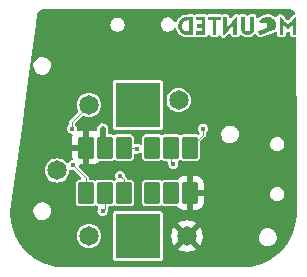
<source format=gbr>
%TF.GenerationSoftware,KiCad,Pcbnew,7.0.8*%
%TF.CreationDate,2024-03-13T10:46:14+01:00*%
%TF.ProjectId,HMI,484d492e-6b69-4636-9164-5f7063625858,rev?*%
%TF.SameCoordinates,Original*%
%TF.FileFunction,Copper,L2,Bot*%
%TF.FilePolarity,Positive*%
%FSLAX46Y46*%
G04 Gerber Fmt 4.6, Leading zero omitted, Abs format (unit mm)*
G04 Created by KiCad (PCBNEW 7.0.8) date 2024-03-13 10:46:14*
%MOMM*%
%LPD*%
G01*
G04 APERTURE LIST*
G04 Aperture macros list*
%AMRoundRect*
0 Rectangle with rounded corners*
0 $1 Rounding radius*
0 $2 $3 $4 $5 $6 $7 $8 $9 X,Y pos of 4 corners*
0 Add a 4 corners polygon primitive as box body*
4,1,4,$2,$3,$4,$5,$6,$7,$8,$9,$2,$3,0*
0 Add four circle primitives for the rounded corners*
1,1,$1+$1,$2,$3*
1,1,$1+$1,$4,$5*
1,1,$1+$1,$6,$7*
1,1,$1+$1,$8,$9*
0 Add four rect primitives between the rounded corners*
20,1,$1+$1,$2,$3,$4,$5,0*
20,1,$1+$1,$4,$5,$6,$7,0*
20,1,$1+$1,$6,$7,$8,$9,0*
20,1,$1+$1,$8,$9,$2,$3,0*%
G04 Aperture macros list end*
%TA.AperFunction,ComponentPad*%
%ADD10R,3.816000X3.816000*%
%TD*%
%TA.AperFunction,ComponentPad*%
%ADD11C,1.650000*%
%TD*%
%TA.AperFunction,SMDPad,CuDef*%
%ADD12RoundRect,0.130000X0.520000X0.795000X-0.520000X0.795000X-0.520000X-0.795000X0.520000X-0.795000X0*%
%TD*%
%TA.AperFunction,SMDPad,CuDef*%
%ADD13RoundRect,0.130000X-0.520000X-0.795000X0.520000X-0.795000X0.520000X0.795000X-0.520000X0.795000X0*%
%TD*%
%TA.AperFunction,ViaPad*%
%ADD14C,0.450000*%
%TD*%
%TA.AperFunction,Conductor*%
%ADD15C,0.100000*%
%TD*%
%TA.AperFunction,Conductor*%
%ADD16C,0.500000*%
%TD*%
G04 APERTURE END LIST*
%TA.AperFunction,EtchedComponent*%
%TO.C,LOGO101*%
G36*
X163944334Y-94562640D02*
G01*
X163944334Y-94715458D01*
X163751300Y-94715458D01*
X163558266Y-94715458D01*
X163558266Y-95326731D01*
X163558266Y-95938004D01*
X163413491Y-95938004D01*
X163268716Y-95938004D01*
X163268716Y-95326731D01*
X163268716Y-94715458D01*
X163075683Y-94715458D01*
X162882649Y-94715458D01*
X162882649Y-94562640D01*
X162882649Y-94409822D01*
X163413491Y-94409822D01*
X163944334Y-94409822D01*
X163944334Y-94562640D01*
G37*
%TD.AperFunction*%
%TA.AperFunction,EtchedComponent*%
G36*
X162641357Y-95173913D02*
G01*
X162641357Y-95938004D01*
X162247247Y-95938004D01*
X161853137Y-95938004D01*
X161853137Y-95785186D01*
X161853137Y-95632368D01*
X162094429Y-95632368D01*
X162335721Y-95632368D01*
X162335721Y-95479549D01*
X162335721Y-95326731D01*
X162134644Y-95326731D01*
X161933567Y-95326731D01*
X161933567Y-95173913D01*
X161933567Y-95021095D01*
X162134644Y-95021095D01*
X162335721Y-95021095D01*
X162335721Y-94868276D01*
X162335721Y-94715458D01*
X162110515Y-94715458D01*
X161885309Y-94715458D01*
X161885309Y-94562640D01*
X161885309Y-94409822D01*
X162263333Y-94409822D01*
X162641357Y-94409822D01*
X162641357Y-95173913D01*
G37*
%TD.AperFunction*%
%TA.AperFunction,EtchedComponent*%
G36*
X165327741Y-95157827D02*
G01*
X165327741Y-95938004D01*
X165175194Y-95938004D01*
X165022647Y-95938004D01*
X165018354Y-95524902D01*
X165014061Y-95111801D01*
X164628323Y-95540989D01*
X164596708Y-95576122D01*
X164492782Y-95690815D01*
X164407668Y-95783222D01*
X164339704Y-95855036D01*
X164287226Y-95907947D01*
X164248569Y-95943646D01*
X164222069Y-95963826D01*
X164206062Y-95970176D01*
X164169539Y-95970176D01*
X164169539Y-95189999D01*
X164169539Y-94409822D01*
X164322095Y-94409822D01*
X164474650Y-94409822D01*
X164478935Y-94838977D01*
X164483219Y-95268133D01*
X164866680Y-94822891D01*
X164969272Y-94704218D01*
X165055650Y-94605444D01*
X165125261Y-94527415D01*
X165180023Y-94468107D01*
X165221854Y-94425498D01*
X165252672Y-94397568D01*
X165274395Y-94382292D01*
X165288941Y-94377650D01*
X165327741Y-94377650D01*
X165327741Y-95157827D01*
G37*
%TD.AperFunction*%
%TA.AperFunction,EtchedComponent*%
G36*
X169005610Y-94394958D02*
G01*
X169024098Y-94402173D01*
X169047606Y-94418142D01*
X169078828Y-94445441D01*
X169120458Y-94486648D01*
X169175189Y-94544339D01*
X169245716Y-94621090D01*
X169334732Y-94719480D01*
X169338712Y-94723897D01*
X169415981Y-94809381D01*
X169486200Y-94886567D01*
X169546483Y-94952323D01*
X169593947Y-95003517D01*
X169625705Y-95037018D01*
X169638875Y-95049694D01*
X169639242Y-95049702D01*
X169654207Y-95037279D01*
X169687421Y-95004106D01*
X169736036Y-94953201D01*
X169797203Y-94887584D01*
X169868076Y-94810274D01*
X169945806Y-94724291D01*
X169963766Y-94704302D01*
X170048622Y-94610265D01*
X170115501Y-94537264D01*
X170167172Y-94482675D01*
X170206405Y-94443874D01*
X170235968Y-94418238D01*
X170258631Y-94403142D01*
X170277163Y-94395963D01*
X170294334Y-94394077D01*
X170346613Y-94393736D01*
X170346613Y-95165870D01*
X170346613Y-95938004D01*
X170193795Y-95938004D01*
X170040977Y-95938004D01*
X170040326Y-95507700D01*
X170039676Y-95077396D01*
X169843271Y-95283886D01*
X169646867Y-95490376D01*
X169449812Y-95289358D01*
X169252757Y-95088339D01*
X169252757Y-95513171D01*
X169252757Y-95938004D01*
X169099938Y-95938004D01*
X168947120Y-95938004D01*
X168947120Y-95165870D01*
X168947120Y-94393736D01*
X168994196Y-94393736D01*
X169005610Y-94394958D01*
G37*
%TD.AperFunction*%
%TA.AperFunction,EtchedComponent*%
G36*
X161563586Y-95173913D02*
G01*
X161563586Y-95938004D01*
X161302187Y-95937725D01*
X161267988Y-95937578D01*
X161122210Y-95933645D01*
X161001455Y-95923726D01*
X160900126Y-95906952D01*
X160812628Y-95882453D01*
X160733361Y-95849360D01*
X160653124Y-95801348D01*
X160552683Y-95711901D01*
X160469381Y-95601570D01*
X160405577Y-95475330D01*
X160363630Y-95338154D01*
X160345897Y-95195016D01*
X160347191Y-95173913D01*
X160662763Y-95173913D01*
X160664107Y-95212788D01*
X160686136Y-95331512D01*
X160733340Y-95436415D01*
X160803331Y-95523219D01*
X160893719Y-95587642D01*
X160904570Y-95592989D01*
X160955656Y-95611052D01*
X161020868Y-95622554D01*
X161109153Y-95629221D01*
X161257950Y-95636205D01*
X161257950Y-95173913D01*
X161257950Y-94711621D01*
X161109153Y-94718605D01*
X161069278Y-94721040D01*
X160971719Y-94734517D01*
X160894643Y-94760180D01*
X160830046Y-94801402D01*
X160769924Y-94861554D01*
X160716428Y-94939558D01*
X160676074Y-95048467D01*
X160662763Y-95173913D01*
X160347191Y-95173913D01*
X160354738Y-95050888D01*
X160355545Y-95045955D01*
X160391933Y-94907340D01*
X160451371Y-94777938D01*
X160530119Y-94663230D01*
X160624439Y-94568697D01*
X160730593Y-94499821D01*
X160751345Y-94490039D01*
X160832293Y-94459004D01*
X160922119Y-94436392D01*
X161026554Y-94421304D01*
X161151333Y-94412840D01*
X161302187Y-94410101D01*
X161563586Y-94409822D01*
X161563586Y-94711621D01*
X161563586Y-95173913D01*
G37*
%TD.AperFunction*%
%TA.AperFunction,EtchedComponent*%
G36*
X165971211Y-94936643D02*
G01*
X165971285Y-95042060D01*
X165971714Y-95168087D01*
X165972678Y-95268016D01*
X165974349Y-95345422D01*
X165976900Y-95403882D01*
X165980505Y-95446970D01*
X165985335Y-95478263D01*
X165991563Y-95501336D01*
X165999362Y-95519765D01*
X166030356Y-95561097D01*
X166087281Y-95605086D01*
X166154451Y-95636406D01*
X166219908Y-95648101D01*
X166259066Y-95643682D01*
X166329499Y-95619572D01*
X166393129Y-95580360D01*
X166437291Y-95532765D01*
X166441464Y-95525693D01*
X166449490Y-95509238D01*
X166455838Y-95489053D01*
X166460705Y-95461583D01*
X166464286Y-95423273D01*
X166466779Y-95370568D01*
X166468380Y-95299912D01*
X166469286Y-95207750D01*
X166469692Y-95090526D01*
X166469796Y-94944686D01*
X166469856Y-94409822D01*
X166623613Y-94409822D01*
X166777370Y-94409822D01*
X166771770Y-94976858D01*
X166770409Y-95104268D01*
X166768634Y-95234135D01*
X166766566Y-95338236D01*
X166764016Y-95420102D01*
X166760797Y-95483260D01*
X166756719Y-95531241D01*
X166751595Y-95567574D01*
X166745235Y-95595787D01*
X166737451Y-95619411D01*
X166713386Y-95671366D01*
X166645414Y-95765312D01*
X166555114Y-95844034D01*
X166448279Y-95903001D01*
X166330703Y-95937677D01*
X166299933Y-95942130D01*
X166176425Y-95943458D01*
X166055240Y-95920584D01*
X165942984Y-95875950D01*
X165846264Y-95811996D01*
X165771688Y-95731163D01*
X165759193Y-95712981D01*
X165736887Y-95678435D01*
X165718855Y-95644845D01*
X165704600Y-95608528D01*
X165693625Y-95565806D01*
X165685435Y-95512996D01*
X165679533Y-95446419D01*
X165675422Y-95362393D01*
X165672607Y-95257237D01*
X165670590Y-95127271D01*
X165668875Y-94968815D01*
X165663318Y-94409822D01*
X165817252Y-94409822D01*
X165971186Y-94409822D01*
X165971211Y-94936643D01*
G37*
%TD.AperFunction*%
%TA.AperFunction,EtchedComponent*%
G36*
X168034204Y-94406524D02*
G01*
X168039281Y-94407276D01*
X168182314Y-94440570D01*
X168303869Y-94494967D01*
X168408167Y-94572338D01*
X168427458Y-94590759D01*
X168509298Y-94689704D01*
X168565732Y-94801022D01*
X168598414Y-94928868D01*
X168608995Y-95077396D01*
X168608585Y-95099385D01*
X168603392Y-95169954D01*
X168593396Y-95247485D01*
X168580068Y-95324172D01*
X168564878Y-95392208D01*
X168549299Y-95443787D01*
X168534800Y-95471101D01*
X168533970Y-95471645D01*
X168512509Y-95481220D01*
X168465597Y-95500534D01*
X168397161Y-95528057D01*
X168311125Y-95562258D01*
X168211417Y-95601605D01*
X168101962Y-95644567D01*
X167986686Y-95689611D01*
X167869516Y-95735208D01*
X167754376Y-95779824D01*
X167645193Y-95821930D01*
X167545893Y-95859993D01*
X167460402Y-95892482D01*
X167392646Y-95917866D01*
X167346550Y-95934613D01*
X167345839Y-95934862D01*
X167308631Y-95947036D01*
X167286227Y-95952820D01*
X167283463Y-95952858D01*
X167256596Y-95937406D01*
X167223185Y-95898083D01*
X167186910Y-95840629D01*
X167151452Y-95770785D01*
X167120491Y-95694292D01*
X167113761Y-95674836D01*
X167106667Y-95643831D01*
X167115124Y-95626407D01*
X167142179Y-95610832D01*
X167161843Y-95602268D01*
X167210077Y-95583226D01*
X167278119Y-95557472D01*
X167359967Y-95527269D01*
X167449623Y-95494881D01*
X167519206Y-95469743D01*
X167632027Y-95426607D01*
X167719084Y-95387936D01*
X167783682Y-95350497D01*
X167829125Y-95311059D01*
X167858718Y-95266392D01*
X167875764Y-95213263D01*
X167883568Y-95148441D01*
X167885436Y-95068695D01*
X167885377Y-95045526D01*
X167883898Y-94978320D01*
X167879765Y-94935888D01*
X167872091Y-94912436D01*
X167859991Y-94902170D01*
X167855617Y-94901176D01*
X167822937Y-94898379D01*
X167764914Y-94895969D01*
X167686670Y-94894079D01*
X167593327Y-94892847D01*
X167490010Y-94892406D01*
X167450673Y-94892336D01*
X167353210Y-94891525D01*
X167269305Y-94889916D01*
X167203612Y-94887655D01*
X167160784Y-94884885D01*
X167145474Y-94881749D01*
X167147705Y-94871671D01*
X167166582Y-94835848D01*
X167200427Y-94786839D01*
X167244057Y-94731396D01*
X167292295Y-94676273D01*
X167339960Y-94628221D01*
X167439904Y-94549235D01*
X167578207Y-94473266D01*
X167727376Y-94422874D01*
X167881384Y-94399985D01*
X168034204Y-94406524D01*
G37*
%TD.AperFunction*%
%TD*%
D10*
%TO.P,SW101,*%
%TO.N,*%
X156943827Y-112965870D03*
X156943827Y-101865870D03*
D11*
%TO.P,SW101,A,A*%
%TO.N,/ENCODER_A_HMI_BOARD*%
X152793827Y-112965870D03*
%TO.P,SW101,B,B*%
%TO.N,/ENCODER_B_HMI_BOARD*%
X152793827Y-101865870D03*
%TO.P,SW101,C,C*%
%TO.N,GND*%
X161093827Y-112965870D03*
%TO.P,SW101,S1,S1*%
%TO.N,/ENCODER_S1_HMI_BOARD*%
X160393827Y-101465870D03*
%TO.P,SW101,S2,S2*%
%TO.N,/ENCODER_S2_HMI_BOARD*%
X150093827Y-107415870D03*
%TD*%
D12*
%TO.P,J102,1*%
%TO.N,/ENCODER_S1_HMI_BOARD*%
X155743827Y-105485120D03*
%TO.P,J102,2*%
%TO.N,VBUS*%
X154143827Y-105485120D03*
%TO.P,J102,3*%
%TO.N,GND*%
X152543827Y-105485120D03*
%TO.P,J102,4*%
%TO.N,/ENCODER_B_HMI_BOARD*%
X152543827Y-109335120D03*
%TO.P,J102,5*%
%TO.N,/ENCODER_A_HMI_BOARD*%
X154143827Y-109335120D03*
%TO.P,J102,6*%
%TO.N,/ENCODER_S2_HMI_BOARD*%
X155743827Y-109335120D03*
%TD*%
D13*
%TO.P,J101,1*%
%TO.N,unconnected-(J101-Pad1)*%
X158143827Y-109335120D03*
%TO.P,J101,2*%
%TO.N,unconnected-(J101-Pad2)*%
X159743827Y-109335120D03*
%TO.P,J101,3*%
%TO.N,GND*%
X161343827Y-109335120D03*
%TO.P,J101,4*%
%TO.N,/BUTTON2_HMI_BOARD*%
X161343827Y-105485120D03*
%TO.P,J101,5*%
%TO.N,/BUTTON1_HMI_BOARD*%
X159743827Y-105485120D03*
%TO.P,J101,6*%
%TO.N,unconnected-(J101-Pad6)*%
X158143827Y-105485120D03*
%TD*%
D14*
%TO.N,/BUTTON2_HMI_BOARD*%
X162443827Y-103865870D03*
%TO.N,/BUTTON1_HMI_BOARD*%
X159943827Y-106865870D03*
%TO.N,/ENCODER_S1_HMI_BOARD*%
X156843827Y-105565870D03*
%TO.N,/ENCODER_B_HMI_BOARD*%
X151343827Y-103865870D03*
X151443827Y-106965870D03*
%TO.N,/ENCODER_A_HMI_BOARD*%
X153943827Y-110865870D03*
%TO.N,/ENCODER_S2_HMI_BOARD*%
X155443827Y-107865870D03*
%TO.N,VBUS*%
X153943827Y-103865870D03*
%TO.N,GND*%
X162943827Y-98365870D03*
X162943827Y-109365870D03*
X169943827Y-97365870D03*
X167943827Y-103365870D03*
X150943827Y-105365870D03*
X147943827Y-108365870D03*
X162943827Y-113365870D03*
X147943827Y-113365870D03*
X152943827Y-98365870D03*
X157943827Y-98365870D03*
X162943827Y-108365870D03*
X147943827Y-103365870D03*
X167943827Y-98365870D03*
X162943827Y-103365870D03*
%TD*%
D15*
%TO.N,/BUTTON2_HMI_BOARD*%
X161343827Y-105485120D02*
X162443827Y-104385120D01*
X162443827Y-104385120D02*
X162443827Y-103865870D01*
%TO.N,/BUTTON1_HMI_BOARD*%
X159743827Y-106665870D02*
X159743827Y-105485120D01*
X159943827Y-106865870D02*
X159743827Y-106665870D01*
%TO.N,/ENCODER_S1_HMI_BOARD*%
X156763077Y-105485120D02*
X156843827Y-105565870D01*
X155743827Y-105485120D02*
X156763077Y-105485120D01*
%TO.N,/ENCODER_B_HMI_BOARD*%
X152543827Y-108065870D02*
X151443827Y-106965870D01*
X152543827Y-109335120D02*
X152543827Y-108065870D01*
X151343827Y-103315870D02*
X152793827Y-101865870D01*
X151343827Y-103865870D02*
X151343827Y-103315870D01*
%TO.N,/ENCODER_A_HMI_BOARD*%
X153943827Y-110865870D02*
X154143827Y-110665870D01*
X154143827Y-110665870D02*
X154143827Y-109335120D01*
%TO.N,/ENCODER_S2_HMI_BOARD*%
X155443827Y-107865870D02*
X155743827Y-108165870D01*
X155743827Y-108165870D02*
X155743827Y-109335120D01*
D16*
%TO.N,VBUS*%
X153943827Y-105285120D02*
X154143827Y-105485120D01*
X153943827Y-103865870D02*
X153943827Y-105285120D01*
%TO.N,GND*%
X152543827Y-105485120D02*
X151063077Y-105485120D01*
X161343827Y-109335120D02*
X162913077Y-109335120D01*
X151063077Y-105485120D02*
X150943827Y-105365870D01*
X162913077Y-109335120D02*
X162943827Y-109365870D01*
%TD*%
%TA.AperFunction,Conductor*%
%TO.N,GND*%
G36*
X169747274Y-93766759D02*
G01*
X169863337Y-93779839D01*
X169890403Y-93786017D01*
X169990748Y-93821131D01*
X170015759Y-93833176D01*
X170052023Y-93855963D01*
X170105773Y-93889737D01*
X170127481Y-93907049D01*
X170202649Y-93982217D01*
X170219961Y-94003925D01*
X170240006Y-94035826D01*
X170259007Y-94103063D01*
X170238640Y-94169898D01*
X170185372Y-94215113D01*
X170175644Y-94218953D01*
X170168236Y-94221521D01*
X170163006Y-94224787D01*
X170156250Y-94230343D01*
X170146972Y-94236609D01*
X170135472Y-94244267D01*
X170130289Y-94247366D01*
X170121678Y-94251959D01*
X170121672Y-94251963D01*
X170117191Y-94255848D01*
X170110956Y-94260598D01*
X170106018Y-94263887D01*
X170106013Y-94263891D01*
X170102465Y-94267634D01*
X170086541Y-94280612D01*
X170086944Y-94281123D01*
X170081474Y-94285435D01*
X170071532Y-94295268D01*
X170068559Y-94298021D01*
X170057984Y-94307192D01*
X170053266Y-94312316D01*
X170053242Y-94312293D01*
X170046989Y-94319540D01*
X170044936Y-94321568D01*
X170041346Y-94324846D01*
X170037086Y-94328439D01*
X170023837Y-94342436D01*
X170010124Y-94355998D01*
X170006605Y-94360361D01*
X170003376Y-94364053D01*
X169987651Y-94380665D01*
X169983387Y-94384760D01*
X169982933Y-94385155D01*
X169968778Y-94400606D01*
X169954351Y-94415848D01*
X169953988Y-94416331D01*
X169950202Y-94420881D01*
X169943945Y-94427711D01*
X169918274Y-94455732D01*
X169915884Y-94458082D01*
X169900305Y-94475346D01*
X169884535Y-94492560D01*
X169882418Y-94495166D01*
X169832353Y-94550650D01*
X169831650Y-94551347D01*
X169814796Y-94570106D01*
X169797762Y-94588984D01*
X169797111Y-94589788D01*
X169734416Y-94659140D01*
X169674857Y-94695670D01*
X169605003Y-94694201D01*
X169550442Y-94659135D01*
X169501008Y-94604445D01*
X169500790Y-94604173D01*
X169487997Y-94590033D01*
X169483652Y-94585230D01*
X169472071Y-94572378D01*
X169466627Y-94566335D01*
X169465961Y-94565676D01*
X169457639Y-94556478D01*
X169411752Y-94505758D01*
X169409590Y-94503101D01*
X169408636Y-94502062D01*
X169408635Y-94502061D01*
X169393886Y-94486011D01*
X169379241Y-94469823D01*
X169379239Y-94469822D01*
X169378296Y-94468779D01*
X169375831Y-94466362D01*
X169374082Y-94464459D01*
X169340303Y-94427699D01*
X169336480Y-94423112D01*
X169336193Y-94422732D01*
X169334910Y-94421380D01*
X169321738Y-94407496D01*
X169307539Y-94392043D01*
X169307538Y-94392042D01*
X169307535Y-94392039D01*
X169307163Y-94391716D01*
X169302862Y-94387597D01*
X169287567Y-94371476D01*
X169284032Y-94367751D01*
X169280735Y-94363980D01*
X169277562Y-94360042D01*
X169263745Y-94346365D01*
X169250365Y-94332262D01*
X169246487Y-94328998D01*
X169242806Y-94325638D01*
X169240142Y-94323003D01*
X169238683Y-94321558D01*
X169232584Y-94314451D01*
X169232511Y-94314518D01*
X169227811Y-94309372D01*
X169222257Y-94304516D01*
X169216908Y-94299839D01*
X169214117Y-94297241D01*
X169203823Y-94287052D01*
X169198355Y-94282737D01*
X169198808Y-94282162D01*
X169182311Y-94268586D01*
X169179649Y-94265727D01*
X169178956Y-94264983D01*
X169178955Y-94264982D01*
X169178954Y-94264981D01*
X169178873Y-94264911D01*
X169173452Y-94261230D01*
X169167475Y-94256616D01*
X169162575Y-94252332D01*
X169154578Y-94248025D01*
X169149161Y-94244739D01*
X169135139Y-94235219D01*
X169133935Y-94234401D01*
X169125661Y-94228780D01*
X169118925Y-94223240D01*
X169114060Y-94220221D01*
X169114058Y-94220220D01*
X169095913Y-94213983D01*
X169089168Y-94211211D01*
X169083427Y-94208446D01*
X169083423Y-94208445D01*
X169082210Y-94208168D01*
X169064705Y-94202785D01*
X169063315Y-94202242D01*
X169054404Y-94198762D01*
X169054403Y-94198762D01*
X169054398Y-94198760D01*
X169051822Y-94198376D01*
X169050321Y-94198097D01*
X169049018Y-94197958D01*
X169045792Y-94197477D01*
X169044310Y-94197455D01*
X169031030Y-94196033D01*
X169030686Y-94195982D01*
X169023732Y-94194820D01*
X169016787Y-94193235D01*
X169009871Y-94192457D01*
X169009879Y-94192383D01*
X169003150Y-94191886D01*
X168989847Y-94189907D01*
X168975917Y-94190978D01*
X168975908Y-94190870D01*
X168960317Y-94193236D01*
X168901357Y-94193236D01*
X168901355Y-94193236D01*
X168901353Y-94193237D01*
X168893059Y-94197231D01*
X168866865Y-94206396D01*
X168857889Y-94208445D01*
X168850686Y-94214189D01*
X168827190Y-94228953D01*
X168818896Y-94232947D01*
X168818895Y-94232949D01*
X168813156Y-94240145D01*
X168793529Y-94259772D01*
X168786333Y-94265511D01*
X168786331Y-94265512D01*
X168782337Y-94273806D01*
X168767573Y-94297302D01*
X168761829Y-94304505D01*
X168759780Y-94313481D01*
X168750615Y-94339675D01*
X168746620Y-94347972D01*
X168744802Y-94355937D01*
X168710692Y-94416915D01*
X168649030Y-94449772D01*
X168579393Y-94444076D01*
X168550030Y-94427930D01*
X168540723Y-94421025D01*
X168534842Y-94416069D01*
X168530297Y-94411729D01*
X168522209Y-94406903D01*
X168517037Y-94403455D01*
X168423957Y-94334406D01*
X168406359Y-94321162D01*
X168405932Y-94320914D01*
X168405234Y-94320502D01*
X168402561Y-94319328D01*
X168393831Y-94315493D01*
X168385201Y-94311702D01*
X168315726Y-94280612D01*
X168267166Y-94258881D01*
X168249771Y-94250412D01*
X168249767Y-94250410D01*
X168246695Y-94249320D01*
X168243596Y-94248332D01*
X168224610Y-94244555D01*
X168107329Y-94217255D01*
X168092032Y-94212522D01*
X168091003Y-94212249D01*
X168079184Y-94210497D01*
X168071910Y-94208968D01*
X168065347Y-94207173D01*
X168064289Y-94207007D01*
X168062980Y-94206903D01*
X168061699Y-94206753D01*
X168045723Y-94205542D01*
X168041241Y-94204878D01*
X168041230Y-94204878D01*
X168034453Y-94205403D01*
X168027008Y-94205532D01*
X167893393Y-94199815D01*
X167874253Y-94198341D01*
X167870835Y-94198462D01*
X167870827Y-94198463D01*
X167870814Y-94198463D01*
X167867392Y-94198701D01*
X167851749Y-94201573D01*
X167848552Y-94202161D01*
X167830271Y-94204878D01*
X167703885Y-94223661D01*
X167701052Y-94224015D01*
X167684612Y-94225689D01*
X167680043Y-94226679D01*
X167675553Y-94227873D01*
X167660156Y-94233879D01*
X167657468Y-94234857D01*
X167519983Y-94281302D01*
X167517151Y-94282184D01*
X167501480Y-94286655D01*
X167496996Y-94288499D01*
X167492627Y-94290545D01*
X167478721Y-94299074D01*
X167476158Y-94300563D01*
X167370095Y-94358824D01*
X167360561Y-94364061D01*
X167350040Y-94369840D01*
X167346846Y-94371476D01*
X167333310Y-94377921D01*
X167328349Y-94381007D01*
X167323577Y-94384375D01*
X167312365Y-94394342D01*
X167309623Y-94396640D01*
X167298399Y-94405511D01*
X167226340Y-94462458D01*
X167221098Y-94466177D01*
X167213525Y-94470978D01*
X167213517Y-94470985D01*
X167208760Y-94475779D01*
X167203203Y-94480743D01*
X167197922Y-94484917D01*
X167192980Y-94489818D01*
X167191929Y-94488758D01*
X167141144Y-94524061D01*
X167071320Y-94526594D01*
X167011212Y-94490976D01*
X166979902Y-94428514D01*
X166977925Y-94405203D01*
X166978092Y-94388302D01*
X166977870Y-94383959D01*
X166977870Y-94364061D01*
X166977870Y-94364060D01*
X166977870Y-94364059D01*
X166974579Y-94357227D01*
X166965144Y-94329825D01*
X166963532Y-94322425D01*
X166963531Y-94322423D01*
X166956867Y-94313895D01*
X166942853Y-94291346D01*
X166938159Y-94281599D01*
X166937562Y-94281123D01*
X166932232Y-94276872D01*
X166911842Y-94256279D01*
X166907176Y-94250308D01*
X166897466Y-94245513D01*
X166875060Y-94231278D01*
X166869928Y-94227185D01*
X166866601Y-94224532D01*
X166866599Y-94224531D01*
X166866596Y-94224530D01*
X166859210Y-94222844D01*
X166831906Y-94213138D01*
X166825110Y-94209782D01*
X166825112Y-94209782D01*
X166805206Y-94209586D01*
X166800885Y-94209322D01*
X166799960Y-94209322D01*
X166778439Y-94209322D01*
X166723271Y-94208777D01*
X166718208Y-94209322D01*
X166469878Y-94209322D01*
X166424116Y-94209316D01*
X166424110Y-94209318D01*
X166415803Y-94213317D01*
X166389616Y-94222479D01*
X166380629Y-94224530D01*
X166380621Y-94224534D01*
X166373436Y-94230264D01*
X166349925Y-94245035D01*
X166341653Y-94249017D01*
X166341648Y-94249021D01*
X166335891Y-94256238D01*
X166316283Y-94275843D01*
X166298150Y-94290306D01*
X166295245Y-94286664D01*
X166260247Y-94311215D01*
X166190435Y-94314046D01*
X166145156Y-94287475D01*
X166142896Y-94290309D01*
X166131053Y-94280864D01*
X166124768Y-94275851D01*
X166105145Y-94256228D01*
X166099401Y-94249027D01*
X166091116Y-94245037D01*
X166067612Y-94230269D01*
X166060420Y-94224534D01*
X166060415Y-94224531D01*
X166051453Y-94222486D01*
X166051433Y-94222481D01*
X166025236Y-94213315D01*
X166016938Y-94209319D01*
X166016937Y-94209319D01*
X165971176Y-94209322D01*
X165722479Y-94209322D01*
X165717391Y-94208774D01*
X165663332Y-94209312D01*
X165662331Y-94209322D01*
X165639837Y-94209322D01*
X165635469Y-94209588D01*
X165615566Y-94209786D01*
X165615562Y-94209787D01*
X165608776Y-94213139D01*
X165581466Y-94222847D01*
X165560469Y-94227640D01*
X165560101Y-94226028D01*
X165507687Y-94234657D01*
X165470441Y-94218993D01*
X165468549Y-94222923D01*
X165451521Y-94214722D01*
X165447672Y-94212868D01*
X165424169Y-94198099D01*
X165416975Y-94192362D01*
X165416974Y-94192361D01*
X165416972Y-94192360D01*
X165407994Y-94190310D01*
X165381798Y-94181144D01*
X165373504Y-94177150D01*
X165373503Y-94177150D01*
X165344320Y-94177150D01*
X165335664Y-94176543D01*
X165317619Y-94174001D01*
X165299287Y-94175555D01*
X165283062Y-94176929D01*
X165277843Y-94177150D01*
X165266351Y-94177150D01*
X165266350Y-94177150D01*
X165259436Y-94177929D01*
X165259344Y-94177117D01*
X165249872Y-94177895D01*
X165240798Y-94179398D01*
X165230436Y-94183639D01*
X165211073Y-94189766D01*
X165199707Y-94192360D01*
X165191824Y-94196156D01*
X165183237Y-94201198D01*
X165183648Y-94201948D01*
X165177534Y-94205293D01*
X165167599Y-94212279D01*
X165163460Y-94214950D01*
X165133059Y-94232898D01*
X165122912Y-94242499D01*
X165122709Y-94242284D01*
X165122074Y-94242989D01*
X165119318Y-94246149D01*
X165118860Y-94246554D01*
X165115468Y-94250318D01*
X165099487Y-94263885D01*
X165100007Y-94264525D01*
X165094601Y-94268918D01*
X165084143Y-94279570D01*
X165081543Y-94282068D01*
X165070470Y-94292104D01*
X165065872Y-94297323D01*
X165065751Y-94297216D01*
X165059881Y-94304283D01*
X165057877Y-94306325D01*
X165055363Y-94308885D01*
X165051677Y-94312347D01*
X165048040Y-94315493D01*
X165038672Y-94325638D01*
X165034805Y-94329825D01*
X165021117Y-94343769D01*
X165018151Y-94347559D01*
X165014881Y-94351403D01*
X164995496Y-94372398D01*
X164991303Y-94376527D01*
X164990694Y-94377071D01*
X164989936Y-94377921D01*
X164976783Y-94392664D01*
X164970332Y-94399651D01*
X164962615Y-94408008D01*
X164962132Y-94408667D01*
X164958434Y-94413230D01*
X164923246Y-94452675D01*
X164920197Y-94455759D01*
X164912590Y-94464459D01*
X164905416Y-94472662D01*
X164900276Y-94478424D01*
X164891678Y-94488061D01*
X164832360Y-94524981D01*
X164762497Y-94523970D01*
X164704272Y-94485349D01*
X164676170Y-94421380D01*
X164675150Y-94405511D01*
X164675150Y-94364060D01*
X164675111Y-94363980D01*
X164670446Y-94354293D01*
X164661556Y-94329285D01*
X164659040Y-94318745D01*
X164659039Y-94318744D01*
X164659039Y-94318743D01*
X164659039Y-94318742D01*
X164654267Y-94312880D01*
X164638717Y-94288405D01*
X164635440Y-94281601D01*
X164635435Y-94281595D01*
X164626954Y-94274831D01*
X164608104Y-94256167D01*
X164601262Y-94247762D01*
X164601259Y-94247759D01*
X164594419Y-94244549D01*
X164569789Y-94229243D01*
X164563882Y-94224532D01*
X164553310Y-94222119D01*
X164528219Y-94213479D01*
X164518409Y-94208875D01*
X164473649Y-94209322D01*
X164344685Y-94209322D01*
X164215302Y-94209322D01*
X164123776Y-94209322D01*
X164123774Y-94209322D01*
X164123772Y-94209323D01*
X164115478Y-94213317D01*
X164089284Y-94222482D01*
X164084536Y-94223566D01*
X164029360Y-94223572D01*
X164027940Y-94223248D01*
X164024606Y-94222487D01*
X163998391Y-94213316D01*
X163990097Y-94209322D01*
X163966924Y-94209322D01*
X163436081Y-94209322D01*
X162928412Y-94209322D01*
X162836886Y-94209322D01*
X162836884Y-94209322D01*
X162836882Y-94209323D01*
X162828588Y-94213317D01*
X162802389Y-94222483D01*
X162789597Y-94225403D01*
X162734414Y-94225405D01*
X162728323Y-94224015D01*
X162721619Y-94222484D01*
X162695414Y-94213316D01*
X162687120Y-94209322D01*
X162663947Y-94209322D01*
X162285923Y-94209322D01*
X161931072Y-94209322D01*
X161839546Y-94209322D01*
X161839544Y-94209322D01*
X161839542Y-94209323D01*
X161831248Y-94213317D01*
X161805054Y-94222482D01*
X161796078Y-94224531D01*
X161783491Y-94230593D01*
X161782237Y-94227989D01*
X161737013Y-94246446D01*
X161668319Y-94233682D01*
X161657775Y-94226913D01*
X161652617Y-94224436D01*
X161643813Y-94222436D01*
X161617484Y-94213239D01*
X161609350Y-94209322D01*
X161609349Y-94209322D01*
X161589621Y-94209322D01*
X161589132Y-94209294D01*
X161563460Y-94209322D01*
X161504550Y-94209322D01*
X161503984Y-94209384D01*
X161327821Y-94209572D01*
X161321944Y-94209299D01*
X161321143Y-94209223D01*
X161300717Y-94209593D01*
X161300274Y-94209602D01*
X161299045Y-94209603D01*
X161279367Y-94209625D01*
X161278558Y-94209717D01*
X161272701Y-94210101D01*
X161176122Y-94211856D01*
X161167273Y-94211244D01*
X161167259Y-94211580D01*
X161160303Y-94211270D01*
X161144262Y-94212358D01*
X161141198Y-94212489D01*
X161125111Y-94212782D01*
X161118203Y-94213687D01*
X161118159Y-94213356D01*
X161109402Y-94214722D01*
X161037084Y-94219628D01*
X161023310Y-94219537D01*
X161020241Y-94219633D01*
X161007738Y-94221440D01*
X161003075Y-94221934D01*
X160990446Y-94222791D01*
X160987428Y-94223340D01*
X160973976Y-94226317D01*
X160909220Y-94235672D01*
X160901733Y-94236294D01*
X160895084Y-94236442D01*
X160895075Y-94236443D01*
X160886310Y-94238649D01*
X160880052Y-94239886D01*
X160871102Y-94241179D01*
X160871078Y-94241186D01*
X160864875Y-94243576D01*
X160857716Y-94245847D01*
X160796703Y-94261206D01*
X160790326Y-94262460D01*
X160781621Y-94263702D01*
X160781612Y-94263704D01*
X160781609Y-94263705D01*
X160776898Y-94265511D01*
X160775184Y-94266168D01*
X160768131Y-94268399D01*
X160761440Y-94270083D01*
X160753581Y-94274086D01*
X160747639Y-94276728D01*
X160702335Y-94294097D01*
X160689704Y-94297882D01*
X160686285Y-94299047D01*
X160674684Y-94304516D01*
X160670445Y-94306325D01*
X160658472Y-94310915D01*
X160650180Y-94315214D01*
X160642977Y-94318386D01*
X160640416Y-94319324D01*
X160640407Y-94319328D01*
X160636346Y-94321963D01*
X160629043Y-94326029D01*
X160624677Y-94328087D01*
X160624667Y-94328093D01*
X160616127Y-94334788D01*
X160611624Y-94338003D01*
X160516423Y-94399774D01*
X160498343Y-94411164D01*
X160498307Y-94411190D01*
X160497381Y-94411952D01*
X160496469Y-94412680D01*
X160496450Y-94412697D01*
X160481548Y-94428041D01*
X160391144Y-94518647D01*
X160377605Y-94531129D01*
X160374853Y-94534306D01*
X160372229Y-94537605D01*
X160362459Y-94553193D01*
X160290044Y-94658675D01*
X160288103Y-94661346D01*
X160278603Y-94673716D01*
X160275820Y-94678331D01*
X160273290Y-94683080D01*
X160267553Y-94697558D01*
X160266255Y-94700595D01*
X160227716Y-94784499D01*
X160181846Y-94837203D01*
X160114764Y-94856742D01*
X160047767Y-94836911D01*
X160002128Y-94784007D01*
X160000493Y-94780243D01*
X159993363Y-94763029D01*
X159897109Y-94637588D01*
X159771668Y-94541334D01*
X159767274Y-94539514D01*
X159625589Y-94480826D01*
X159625587Y-94480825D01*
X159508197Y-94465371D01*
X159508194Y-94465370D01*
X159508188Y-94465370D01*
X159429466Y-94465370D01*
X159429460Y-94465370D01*
X159429456Y-94465371D01*
X159312066Y-94480825D01*
X159312064Y-94480826D01*
X159165987Y-94541333D01*
X159040545Y-94637588D01*
X158944290Y-94763030D01*
X158883783Y-94909107D01*
X158883782Y-94909109D01*
X158863145Y-95065868D01*
X158863145Y-95065871D01*
X158883782Y-95222630D01*
X158883783Y-95222632D01*
X158942672Y-95364804D01*
X158944291Y-95368711D01*
X159040545Y-95494152D01*
X159165986Y-95590406D01*
X159312065Y-95650914D01*
X159429466Y-95666370D01*
X159429473Y-95666370D01*
X159508181Y-95666370D01*
X159508188Y-95666370D01*
X159625589Y-95650914D01*
X159771668Y-95590406D01*
X159897109Y-95494152D01*
X159968327Y-95401338D01*
X160024752Y-95360137D01*
X160094498Y-95355982D01*
X160155419Y-95390194D01*
X160185281Y-95440565D01*
X160211796Y-95527275D01*
X160212676Y-95530450D01*
X160216443Y-95545606D01*
X160218314Y-95550642D01*
X160220449Y-95555568D01*
X160228217Y-95569098D01*
X160229783Y-95572002D01*
X160287722Y-95686639D01*
X160288940Y-95689191D01*
X160295752Y-95704351D01*
X160298103Y-95708322D01*
X160300626Y-95712171D01*
X160311229Y-95724958D01*
X160312985Y-95727176D01*
X160374980Y-95809287D01*
X160390998Y-95830502D01*
X160402054Y-95846026D01*
X160402474Y-95846615D01*
X160404356Y-95848713D01*
X160406278Y-95850740D01*
X160406280Y-95850741D01*
X160406281Y-95850743D01*
X160421438Y-95863502D01*
X160517075Y-95948671D01*
X160530783Y-95961795D01*
X160533687Y-95964008D01*
X160536651Y-95966104D01*
X160553265Y-95975248D01*
X160612311Y-96010580D01*
X160621319Y-96015970D01*
X160625499Y-96018706D01*
X160635270Y-96025680D01*
X160635276Y-96025682D01*
X160636486Y-96026356D01*
X160648547Y-96032442D01*
X160649787Y-96033006D01*
X160649789Y-96033006D01*
X160649795Y-96033010D01*
X160661207Y-96036726D01*
X160665882Y-96038460D01*
X160674109Y-96041894D01*
X160723026Y-96062317D01*
X160728728Y-96065046D01*
X160736815Y-96069437D01*
X160743062Y-96071186D01*
X160750242Y-96073679D01*
X160756230Y-96076179D01*
X160758349Y-96076545D01*
X160765293Y-96077745D01*
X160771459Y-96079137D01*
X160815991Y-96091605D01*
X160831456Y-96095935D01*
X160838221Y-96098258D01*
X160845094Y-96101071D01*
X160853273Y-96102424D01*
X160859851Y-96103885D01*
X160867819Y-96106117D01*
X160872467Y-96106342D01*
X160875223Y-96106477D01*
X160882346Y-96107237D01*
X160945890Y-96117755D01*
X160961614Y-96121524D01*
X160962516Y-96121700D01*
X160962527Y-96121704D01*
X160974319Y-96122671D01*
X160979342Y-96123293D01*
X160990997Y-96125223D01*
X160991001Y-96125222D01*
X160991003Y-96125223D01*
X160991943Y-96125272D01*
X161008078Y-96125444D01*
X161078340Y-96131216D01*
X161087295Y-96132723D01*
X161087327Y-96132498D01*
X161094219Y-96133463D01*
X161098808Y-96133586D01*
X161109599Y-96133877D01*
X161112989Y-96134061D01*
X161128310Y-96135321D01*
X161128312Y-96135320D01*
X161128316Y-96135321D01*
X161135276Y-96135111D01*
X161135282Y-96135340D01*
X161144333Y-96134814D01*
X161236647Y-96137304D01*
X161242183Y-96137703D01*
X161244525Y-96137976D01*
X161244536Y-96137979D01*
X161264859Y-96138066D01*
X161285162Y-96138614D01*
X161285176Y-96138611D01*
X161287184Y-96138440D01*
X161292532Y-96138214D01*
X161301773Y-96138224D01*
X161323915Y-96138320D01*
X161323919Y-96138318D01*
X161326499Y-96138330D01*
X161327944Y-96138251D01*
X161503734Y-96138440D01*
X161504300Y-96138504D01*
X161517823Y-96138504D01*
X161563460Y-96138504D01*
X161563531Y-96138504D01*
X161585962Y-96138528D01*
X161585963Y-96138527D01*
X161589132Y-96138531D01*
X161589621Y-96138504D01*
X161609346Y-96138504D01*
X161609349Y-96138504D01*
X161617482Y-96134586D01*
X161643811Y-96125389D01*
X161652619Y-96123389D01*
X161652623Y-96123385D01*
X161654674Y-96122401D01*
X161662880Y-96121058D01*
X161666250Y-96120293D01*
X161666296Y-96120499D01*
X161723626Y-96111118D01*
X161762169Y-96122456D01*
X161763901Y-96123290D01*
X161763906Y-96123294D01*
X161772880Y-96125342D01*
X161799081Y-96134510D01*
X161807374Y-96138504D01*
X162687119Y-96138504D01*
X162687120Y-96138504D01*
X162695406Y-96134512D01*
X162721619Y-96125341D01*
X162726022Y-96124336D01*
X162730588Y-96123294D01*
X162737779Y-96117558D01*
X162761290Y-96102784D01*
X162769581Y-96098792D01*
X162775312Y-96091604D01*
X162794958Y-96071959D01*
X162795475Y-96071547D01*
X162802145Y-96066228D01*
X162806139Y-96057935D01*
X162820913Y-96034424D01*
X162826647Y-96027235D01*
X162828694Y-96018266D01*
X162837864Y-95992057D01*
X162841857Y-95983767D01*
X162841857Y-95983764D01*
X162843314Y-95980739D01*
X162890135Y-95928878D01*
X162957561Y-95910563D01*
X163024186Y-95931608D01*
X163066756Y-95980735D01*
X163068216Y-95983766D01*
X163068216Y-95983767D01*
X163072205Y-95992051D01*
X163072208Y-95992056D01*
X163081376Y-96018257D01*
X163083426Y-96027235D01*
X163083427Y-96027237D01*
X163083428Y-96027238D01*
X163089165Y-96034432D01*
X163103934Y-96057935D01*
X163107927Y-96066227D01*
X163107928Y-96066228D01*
X163115122Y-96071965D01*
X163134754Y-96091597D01*
X163134803Y-96091658D01*
X163140339Y-96098601D01*
X163140492Y-96098792D01*
X163148781Y-96102783D01*
X163172286Y-96117553D01*
X163179485Y-96123294D01*
X163188459Y-96125342D01*
X163214660Y-96134510D01*
X163222953Y-96138504D01*
X163604028Y-96138504D01*
X163604029Y-96138504D01*
X163612315Y-96134512D01*
X163638528Y-96125341D01*
X163642931Y-96124336D01*
X163647497Y-96123294D01*
X163654688Y-96117558D01*
X163678199Y-96102784D01*
X163686490Y-96098792D01*
X163692221Y-96091604D01*
X163711867Y-96071959D01*
X163712384Y-96071547D01*
X163719054Y-96066228D01*
X163723048Y-96057935D01*
X163737822Y-96034424D01*
X163743556Y-96027235D01*
X163743556Y-96027231D01*
X163747296Y-96019468D01*
X163794118Y-95967608D01*
X163861545Y-95949294D01*
X163928169Y-95970341D01*
X163970730Y-96019452D01*
X163973024Y-96024214D01*
X163982199Y-96050429D01*
X163984249Y-96059407D01*
X163984250Y-96059409D01*
X163984251Y-96059410D01*
X163989988Y-96066604D01*
X164004757Y-96090107D01*
X164008750Y-96098399D01*
X164008751Y-96098400D01*
X164015945Y-96104137D01*
X164035577Y-96123769D01*
X164036029Y-96124336D01*
X164039497Y-96128685D01*
X164041315Y-96130964D01*
X164049604Y-96134955D01*
X164073109Y-96149725D01*
X164080308Y-96155466D01*
X164089282Y-96157514D01*
X164115483Y-96166682D01*
X164123776Y-96170676D01*
X164146949Y-96170676D01*
X164157759Y-96170676D01*
X164186579Y-96174965D01*
X164191440Y-96175310D01*
X164191444Y-96175312D01*
X164212050Y-96172129D01*
X164223683Y-96171235D01*
X164228644Y-96170676D01*
X164228652Y-96170676D01*
X164238193Y-96168497D01*
X164257055Y-96166586D01*
X164263334Y-96165299D01*
X164263335Y-96165300D01*
X164263335Y-96165299D01*
X164263520Y-96165262D01*
X164286822Y-96157398D01*
X164295293Y-96155466D01*
X164295297Y-96155462D01*
X164296297Y-96154981D01*
X164313015Y-96143992D01*
X164316996Y-96141868D01*
X164317001Y-96141867D01*
X164317004Y-96141864D01*
X164321343Y-96139551D01*
X164325563Y-96137029D01*
X164325563Y-96137028D01*
X164325569Y-96137026D01*
X164338467Y-96127202D01*
X164340889Y-96125451D01*
X164340984Y-96125386D01*
X164373337Y-96103155D01*
X164373340Y-96103148D01*
X164373656Y-96102807D01*
X164382993Y-96094304D01*
X164382978Y-96094288D01*
X164388006Y-96089478D01*
X164388013Y-96089474D01*
X164391561Y-96085223D01*
X164397092Y-96079405D01*
X164400091Y-96076633D01*
X164401650Y-96075193D01*
X164408541Y-96069918D01*
X164408242Y-96069546D01*
X164413672Y-96065178D01*
X164413671Y-96065178D01*
X164413674Y-96065177D01*
X164426475Y-96052269D01*
X164439849Y-96039920D01*
X164439854Y-96039912D01*
X164444409Y-96034645D01*
X164444777Y-96034963D01*
X164450270Y-96028276D01*
X164463772Y-96014664D01*
X164467820Y-96010931D01*
X164469795Y-96009264D01*
X164469801Y-96009261D01*
X164483721Y-95994551D01*
X164497968Y-95980188D01*
X164497971Y-95980182D01*
X164499574Y-95978157D01*
X164503168Y-95974002D01*
X164535528Y-95939809D01*
X164539763Y-95935755D01*
X164539835Y-95935676D01*
X164539839Y-95935674D01*
X164550195Y-95924430D01*
X164554239Y-95920040D01*
X164568890Y-95904559D01*
X164572626Y-95900076D01*
X164606942Y-95862819D01*
X164666838Y-95826846D01*
X164736675Y-95828965D01*
X164794280Y-95868506D01*
X164821364Y-95932912D01*
X164822147Y-95946828D01*
X164822147Y-95983769D01*
X164826879Y-95993595D01*
X164835755Y-96018542D01*
X164838294Y-96029155D01*
X164843025Y-96034962D01*
X164858607Y-96059477D01*
X164861857Y-96066226D01*
X164861858Y-96066227D01*
X164861859Y-96066228D01*
X164869158Y-96072049D01*
X164870386Y-96073028D01*
X164889209Y-96091655D01*
X164895443Y-96099307D01*
X164896101Y-96100115D01*
X164902879Y-96103293D01*
X164927552Y-96118618D01*
X164933416Y-96123294D01*
X164944051Y-96125721D01*
X164969099Y-96134340D01*
X164978970Y-96138968D01*
X165023624Y-96138504D01*
X165152604Y-96138504D01*
X165281978Y-96138504D01*
X165373504Y-96138504D01*
X165381790Y-96134512D01*
X165408003Y-96125341D01*
X165412406Y-96124336D01*
X165416972Y-96123294D01*
X165424163Y-96117558D01*
X165447674Y-96102784D01*
X165455965Y-96098792D01*
X165461696Y-96091604D01*
X165481342Y-96071959D01*
X165481859Y-96071547D01*
X165488529Y-96066228D01*
X165492523Y-96057935D01*
X165507297Y-96034424D01*
X165507423Y-96034267D01*
X165513031Y-96027235D01*
X165513031Y-96027234D01*
X165513033Y-96027232D01*
X165519095Y-96014645D01*
X165520800Y-96015466D01*
X165546314Y-95969843D01*
X165607972Y-95936980D01*
X165677610Y-95942668D01*
X165708289Y-95960714D01*
X165708394Y-95960562D01*
X165710612Y-95962081D01*
X165712642Y-95963275D01*
X165715523Y-95965684D01*
X165716029Y-95966122D01*
X165716227Y-95966272D01*
X165716827Y-95966774D01*
X165716834Y-95966781D01*
X165721465Y-95969843D01*
X165734263Y-95978306D01*
X165777164Y-96007735D01*
X165784744Y-96011685D01*
X165830857Y-96042176D01*
X165847901Y-96053909D01*
X165847909Y-96053913D01*
X165847913Y-96053916D01*
X165847917Y-96053917D01*
X165848979Y-96054484D01*
X165849156Y-96054589D01*
X165849568Y-96054800D01*
X165849987Y-96055024D01*
X165850162Y-96055103D01*
X165851236Y-96055651D01*
X165851240Y-96055654D01*
X165868951Y-96062317D01*
X165870642Y-96062953D01*
X165978125Y-96105690D01*
X165986381Y-96109286D01*
X165995854Y-96113415D01*
X165995862Y-96113416D01*
X165998933Y-96114363D01*
X165998976Y-96114375D01*
X165999007Y-96114384D01*
X166002141Y-96115238D01*
X166002152Y-96115243D01*
X166021253Y-96118209D01*
X166136573Y-96139976D01*
X166145289Y-96141867D01*
X166155985Y-96144188D01*
X166155989Y-96144188D01*
X166155992Y-96144189D01*
X166155994Y-96144188D01*
X166158747Y-96144468D01*
X166161433Y-96144668D01*
X166161435Y-96144669D01*
X166161436Y-96144668D01*
X166161438Y-96144669D01*
X166181297Y-96143917D01*
X166290096Y-96142747D01*
X166295735Y-96142944D01*
X166306293Y-96143798D01*
X166311346Y-96143066D01*
X166319559Y-96142430D01*
X166324677Y-96142376D01*
X166334969Y-96139909D01*
X166340540Y-96138842D01*
X166344145Y-96138320D01*
X166348859Y-96137637D01*
X166353863Y-96137121D01*
X166356389Y-96136962D01*
X166365753Y-96136378D01*
X166365758Y-96136376D01*
X166366915Y-96136172D01*
X166380624Y-96133175D01*
X166381769Y-96132875D01*
X166381778Y-96132874D01*
X166392912Y-96128578D01*
X166397649Y-96126970D01*
X166480884Y-96102422D01*
X166504338Y-96095505D01*
X166509917Y-96093901D01*
X166525388Y-96089454D01*
X166525391Y-96089452D01*
X166525416Y-96089445D01*
X166526021Y-96089191D01*
X166526637Y-96088935D01*
X166526659Y-96088922D01*
X166526664Y-96088921D01*
X166545737Y-96078222D01*
X166650966Y-96020141D01*
X166669841Y-96010011D01*
X166669843Y-96010008D01*
X166669929Y-96009963D01*
X166670808Y-96009341D01*
X166671703Y-96008722D01*
X166687725Y-95994419D01*
X166699944Y-95983766D01*
X166732204Y-95955641D01*
X166733522Y-95954731D01*
X166747677Y-95942315D01*
X166777289Y-95916339D01*
X166794197Y-95901600D01*
X166794203Y-95901590D01*
X166794607Y-95901148D01*
X166794613Y-95901144D01*
X166794617Y-95901137D01*
X166795776Y-95899870D01*
X166799391Y-95895914D01*
X166801517Y-95897856D01*
X166846438Y-95863041D01*
X166916036Y-95856891D01*
X166977911Y-95889344D01*
X167003310Y-95924430D01*
X167005315Y-95928571D01*
X167010816Y-95937284D01*
X167013674Y-95942315D01*
X167018354Y-95951533D01*
X167018355Y-95951535D01*
X167021796Y-95955669D01*
X167026571Y-95962238D01*
X167037905Y-95980188D01*
X167047814Y-95995884D01*
X167050373Y-96000338D01*
X167055763Y-96010691D01*
X167058379Y-96013770D01*
X167063553Y-96020810D01*
X167065702Y-96024214D01*
X167065711Y-96024228D01*
X167070057Y-96029652D01*
X167068966Y-96030525D01*
X167077280Y-96043169D01*
X167078978Y-96042008D01*
X167086868Y-96053539D01*
X167108872Y-96073889D01*
X167114026Y-96079264D01*
X167117054Y-96082827D01*
X167118428Y-96084444D01*
X167118431Y-96084446D01*
X167118432Y-96084447D01*
X167125548Y-96089769D01*
X167130511Y-96093901D01*
X167137043Y-96099941D01*
X167137048Y-96099945D01*
X167137053Y-96099949D01*
X167142951Y-96103341D01*
X167149174Y-96107437D01*
X167162709Y-96117558D01*
X167173169Y-96125380D01*
X167173881Y-96125912D01*
X167194957Y-96138505D01*
X167196786Y-96139355D01*
X167196788Y-96139357D01*
X167213577Y-96142947D01*
X167238261Y-96151006D01*
X167246146Y-96154533D01*
X167246147Y-96154532D01*
X167246148Y-96154533D01*
X167259853Y-96157256D01*
X167259837Y-96157334D01*
X167268435Y-96157965D01*
X167268436Y-96157964D01*
X167268437Y-96157965D01*
X167295808Y-96153791D01*
X167304298Y-96153090D01*
X167311571Y-96152991D01*
X167311586Y-96152987D01*
X167311669Y-96152977D01*
X167311985Y-96152952D01*
X167313045Y-96152803D01*
X167314072Y-96152672D01*
X167314363Y-96152617D01*
X167314461Y-96152602D01*
X167314474Y-96152602D01*
X167327087Y-96149344D01*
X167333234Y-96148086D01*
X167358917Y-96144172D01*
X167358921Y-96144168D01*
X167372573Y-96138785D01*
X167376888Y-96137417D01*
X167377429Y-96137148D01*
X167383945Y-96134349D01*
X167411506Y-96124335D01*
X167429652Y-96118399D01*
X167429652Y-96118398D01*
X167429658Y-96118397D01*
X167429663Y-96118393D01*
X167431282Y-96117655D01*
X167435677Y-96115886D01*
X167436306Y-96115618D01*
X167462013Y-96105987D01*
X167470303Y-96102975D01*
X167482343Y-96098601D01*
X167482345Y-96098599D01*
X167483167Y-96098301D01*
X167487193Y-96096553D01*
X167506457Y-96089336D01*
X167508480Y-96088700D01*
X167510507Y-96087929D01*
X167510511Y-96087929D01*
X167531174Y-96080076D01*
X167551897Y-96072313D01*
X167551898Y-96072312D01*
X167553941Y-96071547D01*
X167555884Y-96070685D01*
X167592862Y-96056633D01*
X167594091Y-96056242D01*
X167596557Y-96055296D01*
X167596562Y-96055296D01*
X167617316Y-96047340D01*
X167638235Y-96039391D01*
X167638238Y-96039388D01*
X167640756Y-96038432D01*
X167641950Y-96037897D01*
X167692678Y-96018452D01*
X167693560Y-96018170D01*
X167699264Y-96015970D01*
X167717023Y-96009121D01*
X167738049Y-96001062D01*
X167738051Y-96001060D01*
X167740797Y-96000008D01*
X167741633Y-95999629D01*
X167802262Y-95976248D01*
X167802954Y-95976026D01*
X167805752Y-95974941D01*
X167805756Y-95974941D01*
X167819395Y-95969655D01*
X167826516Y-95966896D01*
X167845994Y-95959384D01*
X167847597Y-95958767D01*
X167847597Y-95958766D01*
X167850351Y-95957705D01*
X167851019Y-95957401D01*
X167917712Y-95931558D01*
X167918333Y-95931357D01*
X167921173Y-95930251D01*
X167921177Y-95930251D01*
X167942025Y-95922137D01*
X167963024Y-95914001D01*
X167963025Y-95913999D01*
X167965988Y-95912852D01*
X167966591Y-95912577D01*
X167971766Y-95910563D01*
X168035096Y-95885917D01*
X168035699Y-95885722D01*
X168038615Y-95884582D01*
X168038617Y-95884582D01*
X168059438Y-95876446D01*
X168080451Y-95868269D01*
X168080453Y-95868267D01*
X168083391Y-95867124D01*
X168083958Y-95866863D01*
X168150678Y-95840794D01*
X168151364Y-95840569D01*
X168175308Y-95831171D01*
X168198864Y-95821966D01*
X168199505Y-95821671D01*
X168260459Y-95797747D01*
X168261255Y-95797484D01*
X168263998Y-95796401D01*
X168264002Y-95796401D01*
X168285025Y-95788105D01*
X168305702Y-95779989D01*
X168305705Y-95779986D01*
X168308484Y-95778896D01*
X168309222Y-95778554D01*
X168360548Y-95758300D01*
X168361621Y-95757945D01*
X168364195Y-95756921D01*
X168364198Y-95756921D01*
X168384869Y-95748703D01*
X168405737Y-95740469D01*
X168405740Y-95740466D01*
X168408269Y-95739469D01*
X168409291Y-95738995D01*
X168447113Y-95723960D01*
X168448825Y-95723386D01*
X168451012Y-95722506D01*
X168451014Y-95722506D01*
X168457804Y-95719775D01*
X168471504Y-95714265D01*
X168494406Y-95705162D01*
X168496066Y-95704386D01*
X168511399Y-95698219D01*
X168516388Y-95696214D01*
X168519824Y-95695035D01*
X168521034Y-95694536D01*
X168521039Y-95694536D01*
X168537109Y-95687919D01*
X168541200Y-95686235D01*
X168553461Y-95681303D01*
X168561367Y-95678125D01*
X168561368Y-95678124D01*
X168567759Y-95675554D01*
X168572141Y-95673980D01*
X168573563Y-95673528D01*
X168573572Y-95673527D01*
X168573580Y-95673523D01*
X168580231Y-95671413D01*
X168580741Y-95673023D01*
X168641319Y-95664843D01*
X168704624Y-95694412D01*
X168741892Y-95753512D01*
X168746620Y-95787425D01*
X168746620Y-95892241D01*
X168746620Y-95983767D01*
X168750613Y-95992058D01*
X168759780Y-96018257D01*
X168761830Y-96027235D01*
X168761831Y-96027237D01*
X168761832Y-96027238D01*
X168767569Y-96034432D01*
X168782338Y-96057935D01*
X168786331Y-96066227D01*
X168786332Y-96066228D01*
X168793526Y-96071965D01*
X168813158Y-96091597D01*
X168813207Y-96091658D01*
X168818743Y-96098601D01*
X168818896Y-96098792D01*
X168827185Y-96102783D01*
X168850690Y-96117553D01*
X168857889Y-96123294D01*
X168866863Y-96125342D01*
X168893064Y-96134510D01*
X168901357Y-96138504D01*
X169298519Y-96138504D01*
X169298520Y-96138504D01*
X169306806Y-96134512D01*
X169333019Y-96125341D01*
X169337422Y-96124336D01*
X169341988Y-96123294D01*
X169349179Y-96117558D01*
X169372690Y-96102784D01*
X169380981Y-96098792D01*
X169386712Y-96091604D01*
X169406358Y-96071959D01*
X169406875Y-96071547D01*
X169413545Y-96066228D01*
X169417539Y-96057935D01*
X169432313Y-96034424D01*
X169438047Y-96027235D01*
X169440094Y-96018266D01*
X169449267Y-95992051D01*
X169453256Y-95983769D01*
X169453257Y-95983767D01*
X169453257Y-95892241D01*
X169453257Y-95808870D01*
X169472942Y-95741831D01*
X169525746Y-95696076D01*
X169594904Y-95686132D01*
X169615259Y-95690838D01*
X169628962Y-95695251D01*
X169630814Y-95694995D01*
X169632369Y-95694781D01*
X169664445Y-95694538D01*
X169667858Y-95694957D01*
X169676492Y-95692031D01*
X169746303Y-95689164D01*
X169806582Y-95724494D01*
X169838191Y-95786805D01*
X169840281Y-95809287D01*
X169840477Y-95938412D01*
X169840477Y-95983768D01*
X169844578Y-95992284D01*
X169853703Y-96018299D01*
X169855820Y-96027511D01*
X169855823Y-96027517D01*
X169861417Y-96034510D01*
X169876304Y-96058162D01*
X169880188Y-96066226D01*
X169880189Y-96066228D01*
X169887577Y-96072120D01*
X169907091Y-96091604D01*
X169912995Y-96098984D01*
X169912996Y-96098985D01*
X169921060Y-96102853D01*
X169944744Y-96117710D01*
X169951746Y-96123294D01*
X169960960Y-96125396D01*
X169986999Y-96134486D01*
X169995517Y-96138573D01*
X170040951Y-96138504D01*
X170171205Y-96138504D01*
X170224416Y-96138504D01*
X170291455Y-96158189D01*
X170337210Y-96210993D01*
X170348415Y-96262170D01*
X170374328Y-105916293D01*
X170388654Y-111254014D01*
X170388384Y-111259959D01*
X170351078Y-111658714D01*
X170350314Y-111664214D01*
X170276468Y-112063603D01*
X170275216Y-112069013D01*
X170165944Y-112460223D01*
X170164212Y-112465499D01*
X170020399Y-112845351D01*
X170018202Y-112850450D01*
X169840995Y-113215927D01*
X169838351Y-113220810D01*
X169629167Y-113568979D01*
X169626097Y-113573606D01*
X169386625Y-113901660D01*
X169383154Y-113905994D01*
X169115294Y-114211330D01*
X169111449Y-114215336D01*
X168817361Y-114495493D01*
X168813173Y-114499139D01*
X168495211Y-114751872D01*
X168490714Y-114755130D01*
X168151425Y-114978416D01*
X168146655Y-114981258D01*
X167788751Y-115173312D01*
X167783750Y-115175713D01*
X167427204Y-115327702D01*
X167410118Y-115334986D01*
X167404918Y-115336933D01*
X167018522Y-115462160D01*
X167013169Y-115463633D01*
X166617132Y-115553803D01*
X166611668Y-115554792D01*
X166209164Y-115609183D01*
X166203633Y-115609679D01*
X165797250Y-115627886D01*
X165794475Y-115627948D01*
X150729641Y-115627948D01*
X150726892Y-115627886D01*
X150319221Y-115609596D01*
X150313695Y-115609099D01*
X149978557Y-115563753D01*
X149910706Y-115554573D01*
X149905236Y-115553581D01*
X149508752Y-115463194D01*
X149503392Y-115461717D01*
X149116584Y-115336193D01*
X149111395Y-115334248D01*
X148737370Y-115174591D01*
X148732376Y-115172190D01*
X148374152Y-114979689D01*
X148369378Y-114976841D01*
X148331839Y-114952099D01*
X148243117Y-114893622D01*
X154835327Y-114893622D01*
X154846958Y-114952099D01*
X154846959Y-114952100D01*
X154891274Y-115018422D01*
X154957596Y-115062737D01*
X154957597Y-115062738D01*
X155016074Y-115074369D01*
X155016077Y-115074370D01*
X155016079Y-115074370D01*
X158871577Y-115074370D01*
X158871578Y-115074369D01*
X158886395Y-115071422D01*
X158930056Y-115062738D01*
X158930056Y-115062737D01*
X158930058Y-115062737D01*
X158996379Y-115018422D01*
X159040694Y-114952101D01*
X159040694Y-114952099D01*
X159040695Y-114952099D01*
X159052326Y-114893622D01*
X159052327Y-114893620D01*
X159052327Y-112965870D01*
X159763766Y-112965870D01*
X159783972Y-113196828D01*
X159783974Y-113196838D01*
X159843975Y-113420770D01*
X159843979Y-113420779D01*
X159941959Y-113630899D01*
X159941960Y-113630901D01*
X159996850Y-113709292D01*
X159996851Y-113709293D01*
X160567897Y-113138246D01*
X160570711Y-113151785D01*
X160640269Y-113286026D01*
X160743465Y-113396522D01*
X160872646Y-113475079D01*
X160923829Y-113489419D01*
X160350402Y-114062845D01*
X160428800Y-114117738D01*
X160638917Y-114215717D01*
X160638926Y-114215721D01*
X160862858Y-114275722D01*
X160862868Y-114275724D01*
X161093826Y-114295931D01*
X161093828Y-114295931D01*
X161324785Y-114275724D01*
X161324795Y-114275722D01*
X161548727Y-114215721D01*
X161548736Y-114215717D01*
X161758857Y-114117737D01*
X161837250Y-114062845D01*
X161265395Y-113490991D01*
X161382285Y-113440219D01*
X161499566Y-113344804D01*
X161586755Y-113221285D01*
X161617181Y-113135672D01*
X162190802Y-113709293D01*
X162245694Y-113630900D01*
X162343674Y-113420779D01*
X162343678Y-113420770D01*
X162403679Y-113196838D01*
X162403681Y-113196828D01*
X162411295Y-113109803D01*
X167189495Y-113109803D01*
X167219961Y-113282576D01*
X167219962Y-113282581D01*
X167289450Y-113443674D01*
X167289451Y-113443676D01*
X167289453Y-113443679D01*
X167381091Y-113566769D01*
X167394217Y-113584400D01*
X167528613Y-113697172D01*
X167606315Y-113736195D01*
X167685389Y-113775908D01*
X167685390Y-113775908D01*
X167685394Y-113775910D01*
X167856106Y-113816370D01*
X167856109Y-113816370D01*
X167987528Y-113816370D01*
X167987536Y-113816370D01*
X168118082Y-113801111D01*
X168282944Y-113741107D01*
X168429523Y-113644700D01*
X168549919Y-113517088D01*
X168637639Y-113365151D01*
X168687957Y-113197080D01*
X168698158Y-113021935D01*
X168667692Y-112849159D01*
X168598204Y-112688066D01*
X168493437Y-112547340D01*
X168421574Y-112487040D01*
X168359041Y-112434568D01*
X168359039Y-112434567D01*
X168202264Y-112355831D01*
X168202260Y-112355830D01*
X168031548Y-112315370D01*
X167900118Y-112315370D01*
X167795681Y-112327577D01*
X167769570Y-112330629D01*
X167769567Y-112330630D01*
X167604711Y-112390632D01*
X167604707Y-112390634D01*
X167458133Y-112487037D01*
X167458132Y-112487038D01*
X167337737Y-112614648D01*
X167250015Y-112766588D01*
X167199697Y-112934659D01*
X167199696Y-112934664D01*
X167189495Y-113109803D01*
X162411295Y-113109803D01*
X162423888Y-112965870D01*
X162423888Y-112965869D01*
X162403681Y-112734911D01*
X162403679Y-112734901D01*
X162343678Y-112510969D01*
X162343674Y-112510960D01*
X162245695Y-112300842D01*
X162190801Y-112222446D01*
X161619756Y-112793492D01*
X161616943Y-112779955D01*
X161547385Y-112645714D01*
X161444189Y-112535218D01*
X161315008Y-112456661D01*
X161263824Y-112442320D01*
X161837250Y-111868894D01*
X161837249Y-111868893D01*
X161758858Y-111814003D01*
X161758856Y-111814002D01*
X161548736Y-111716022D01*
X161548727Y-111716018D01*
X161324795Y-111656017D01*
X161324785Y-111656015D01*
X161093828Y-111635809D01*
X161093826Y-111635809D01*
X160862868Y-111656015D01*
X160862858Y-111656017D01*
X160638926Y-111716018D01*
X160638917Y-111716022D01*
X160428798Y-111814002D01*
X160428796Y-111814003D01*
X160350404Y-111868894D01*
X160350403Y-111868894D01*
X160922258Y-112440748D01*
X160805369Y-112491521D01*
X160688088Y-112586936D01*
X160600899Y-112710455D01*
X160570472Y-112796067D01*
X159996851Y-112222446D01*
X159996851Y-112222447D01*
X159941960Y-112300839D01*
X159941959Y-112300841D01*
X159843979Y-112510960D01*
X159843975Y-112510969D01*
X159783974Y-112734901D01*
X159783972Y-112734911D01*
X159763766Y-112965869D01*
X159763766Y-112965870D01*
X159052327Y-112965870D01*
X159052327Y-111038119D01*
X159052326Y-111038117D01*
X159040695Y-110979640D01*
X159040694Y-110979639D01*
X158996379Y-110913317D01*
X158930057Y-110869002D01*
X158930056Y-110869001D01*
X158871579Y-110857370D01*
X158871575Y-110857370D01*
X155016079Y-110857370D01*
X155016074Y-110857370D01*
X154957597Y-110869001D01*
X154957596Y-110869002D01*
X154891274Y-110913317D01*
X154846959Y-110979639D01*
X154846958Y-110979640D01*
X154835327Y-111038117D01*
X154835327Y-114893622D01*
X148243117Y-114893622D01*
X148029831Y-114753044D01*
X148025347Y-114749791D01*
X147845058Y-114606250D01*
X147707201Y-114496491D01*
X147703011Y-114492837D01*
X147408821Y-114212071D01*
X147404976Y-114208056D01*
X147137114Y-113902088D01*
X147133643Y-113897745D01*
X146894248Y-113569020D01*
X146891180Y-113564384D01*
X146682172Y-113215534D01*
X146679542Y-113210663D01*
X146561254Y-112965870D01*
X151763365Y-112965870D01*
X151783164Y-113166901D01*
X151841805Y-113360215D01*
X151937025Y-113538358D01*
X151937030Y-113538365D01*
X152065179Y-113694517D01*
X152164358Y-113775910D01*
X152221333Y-113822668D01*
X152221336Y-113822669D01*
X152221338Y-113822671D01*
X152399481Y-113917891D01*
X152399483Y-113917891D01*
X152399486Y-113917893D01*
X152592794Y-113976532D01*
X152793827Y-113996332D01*
X152994860Y-113976532D01*
X153188168Y-113917893D01*
X153210430Y-113905994D01*
X153366315Y-113822671D01*
X153366313Y-113822671D01*
X153366321Y-113822668D01*
X153522474Y-113694517D01*
X153650625Y-113538364D01*
X153745850Y-113360211D01*
X153804489Y-113166903D01*
X153824289Y-112965870D01*
X153804489Y-112764837D01*
X153745850Y-112571529D01*
X153745848Y-112571526D01*
X153745848Y-112571524D01*
X153650628Y-112393381D01*
X153650626Y-112393379D01*
X153650625Y-112393376D01*
X153599130Y-112330629D01*
X153522474Y-112237222D01*
X153366322Y-112109073D01*
X153366315Y-112109068D01*
X153188172Y-112013848D01*
X152994858Y-111955207D01*
X152793827Y-111935408D01*
X152592795Y-111955207D01*
X152399481Y-112013848D01*
X152221338Y-112109068D01*
X152221331Y-112109073D01*
X152065179Y-112237222D01*
X151937030Y-112393374D01*
X151937025Y-112393381D01*
X151841805Y-112571524D01*
X151783164Y-112764838D01*
X151763365Y-112965870D01*
X146561254Y-112965870D01*
X146502599Y-112844485D01*
X146500419Y-112839403D01*
X146356975Y-112458864D01*
X146355255Y-112453598D01*
X146246456Y-112061739D01*
X146245215Y-112056340D01*
X146237431Y-112013848D01*
X146200824Y-111814002D01*
X146171941Y-111656322D01*
X146171185Y-111650815D01*
X146157084Y-111497171D01*
X146134018Y-111245855D01*
X146133759Y-111240330D01*
X146133142Y-110909803D01*
X148089495Y-110909803D01*
X148112122Y-111038119D01*
X148119962Y-111082581D01*
X148189450Y-111243674D01*
X148189451Y-111243676D01*
X148189453Y-111243679D01*
X148244105Y-111317088D01*
X148294217Y-111384400D01*
X148428613Y-111497172D01*
X148506315Y-111536195D01*
X148585389Y-111575908D01*
X148585390Y-111575908D01*
X148585394Y-111575910D01*
X148756106Y-111616370D01*
X148756109Y-111616370D01*
X148887528Y-111616370D01*
X148887536Y-111616370D01*
X149018082Y-111601111D01*
X149182944Y-111541107D01*
X149329523Y-111444700D01*
X149449919Y-111317088D01*
X149537639Y-111165151D01*
X149587957Y-110997080D01*
X149598158Y-110821935D01*
X149567692Y-110649159D01*
X149498204Y-110488066D01*
X149492426Y-110480305D01*
X149419473Y-110382312D01*
X149393437Y-110347340D01*
X149321574Y-110287040D01*
X149259041Y-110234568D01*
X149259039Y-110234567D01*
X149102264Y-110155831D01*
X149102260Y-110155830D01*
X148931548Y-110115370D01*
X148800118Y-110115370D01*
X148695681Y-110127577D01*
X148669570Y-110130629D01*
X148669567Y-110130630D01*
X148504711Y-110190632D01*
X148504707Y-110190634D01*
X148358133Y-110287037D01*
X148358132Y-110287038D01*
X148237737Y-110414648D01*
X148150015Y-110566588D01*
X148099697Y-110734659D01*
X148099696Y-110734664D01*
X148089495Y-110909803D01*
X146133142Y-110909803D01*
X146133026Y-110847850D01*
X146133602Y-110839303D01*
X146603000Y-107415870D01*
X149063365Y-107415870D01*
X149083164Y-107616901D01*
X149141805Y-107810215D01*
X149237025Y-107988358D01*
X149237028Y-107988362D01*
X149237029Y-107988364D01*
X149256515Y-108012108D01*
X149365179Y-108144517D01*
X149452229Y-108215956D01*
X149521333Y-108272668D01*
X149521336Y-108272669D01*
X149521338Y-108272671D01*
X149699481Y-108367891D01*
X149699483Y-108367891D01*
X149699486Y-108367893D01*
X149892794Y-108426532D01*
X150093827Y-108446332D01*
X150294860Y-108426532D01*
X150488168Y-108367893D01*
X150666321Y-108272668D01*
X150822474Y-108144517D01*
X150950625Y-107988364D01*
X151045850Y-107810211D01*
X151104489Y-107616903D01*
X151119165Y-107467885D01*
X151145325Y-107403100D01*
X151202360Y-107362741D01*
X151272160Y-107359624D01*
X151298855Y-107369553D01*
X151310701Y-107375589D01*
X151310703Y-107375589D01*
X151310705Y-107375590D01*
X151443825Y-107396674D01*
X151443826Y-107396674D01*
X151443826Y-107396673D01*
X151443827Y-107396674D01*
X151447500Y-107396092D01*
X151452004Y-107396674D01*
X151453586Y-107396674D01*
X151453586Y-107396878D01*
X151516793Y-107405046D01*
X151554581Y-107430884D01*
X152121636Y-107997939D01*
X152155121Y-108059262D01*
X152150137Y-108128954D01*
X152108265Y-108184887D01*
X152042801Y-108209304D01*
X152033955Y-108209620D01*
X151985102Y-108209620D01*
X151936967Y-108215956D01*
X151936966Y-108215957D01*
X151831335Y-108265214D01*
X151748921Y-108347628D01*
X151699664Y-108453259D01*
X151699663Y-108453260D01*
X151693327Y-108501395D01*
X151693327Y-110168844D01*
X151699663Y-110216979D01*
X151699664Y-110216980D01*
X151732333Y-110287038D01*
X151748921Y-110322611D01*
X151831336Y-110405026D01*
X151932926Y-110452398D01*
X151936966Y-110454282D01*
X151936967Y-110454283D01*
X151985102Y-110460620D01*
X151985103Y-110460620D01*
X153102552Y-110460620D01*
X153150686Y-110454283D01*
X153256318Y-110405026D01*
X153256320Y-110405024D01*
X153265204Y-110398804D01*
X153265937Y-110399851D01*
X153317469Y-110371713D01*
X153387161Y-110376697D01*
X153422173Y-110399198D01*
X153422450Y-110398804D01*
X153431334Y-110405024D01*
X153431336Y-110405026D01*
X153532926Y-110452398D01*
X153585365Y-110498570D01*
X153604517Y-110565764D01*
X153591006Y-110621074D01*
X153534108Y-110732744D01*
X153534107Y-110732745D01*
X153513023Y-110865867D01*
X153513023Y-110865872D01*
X153534106Y-110998991D01*
X153534107Y-110998994D01*
X153534108Y-110998996D01*
X153595299Y-111119090D01*
X153595300Y-111119091D01*
X153595303Y-111119095D01*
X153690601Y-111214393D01*
X153690605Y-111214396D01*
X153690607Y-111214398D01*
X153810701Y-111275589D01*
X153810703Y-111275589D01*
X153810705Y-111275590D01*
X153943825Y-111296674D01*
X153943827Y-111296674D01*
X153943829Y-111296674D01*
X154076948Y-111275590D01*
X154076948Y-111275589D01*
X154076953Y-111275589D01*
X154197047Y-111214398D01*
X154292355Y-111119090D01*
X154353546Y-110998996D01*
X154353547Y-110998991D01*
X154374631Y-110865872D01*
X154374631Y-110865870D01*
X154371777Y-110847851D01*
X154369813Y-110835452D01*
X154377726Y-110768598D01*
X154379789Y-110763614D01*
X154379793Y-110763610D01*
X154385933Y-110732744D01*
X154399236Y-110665870D01*
X154396710Y-110653171D01*
X154394327Y-110628979D01*
X154394327Y-110584620D01*
X154414012Y-110517581D01*
X154466816Y-110471826D01*
X154518327Y-110460620D01*
X154702552Y-110460620D01*
X154750686Y-110454283D01*
X154856318Y-110405026D01*
X154856320Y-110405024D01*
X154865204Y-110398804D01*
X154865937Y-110399851D01*
X154917469Y-110371713D01*
X154987161Y-110376697D01*
X155022173Y-110399198D01*
X155022450Y-110398804D01*
X155031334Y-110405025D01*
X155031335Y-110405025D01*
X155031336Y-110405026D01*
X155051971Y-110414648D01*
X155136966Y-110454282D01*
X155136967Y-110454283D01*
X155185102Y-110460620D01*
X155185103Y-110460620D01*
X156302552Y-110460620D01*
X156350686Y-110454283D01*
X156456318Y-110405026D01*
X156538733Y-110322611D01*
X156587990Y-110216979D01*
X156594327Y-110168844D01*
X157293327Y-110168844D01*
X157299663Y-110216979D01*
X157299664Y-110216980D01*
X157332333Y-110287038D01*
X157348921Y-110322611D01*
X157431336Y-110405026D01*
X157532926Y-110452398D01*
X157536966Y-110454282D01*
X157536967Y-110454283D01*
X157585102Y-110460620D01*
X157585103Y-110460620D01*
X158702552Y-110460620D01*
X158750686Y-110454283D01*
X158856318Y-110405026D01*
X158856320Y-110405024D01*
X158865204Y-110398804D01*
X158865937Y-110399851D01*
X158917469Y-110371713D01*
X158987161Y-110376697D01*
X159022173Y-110399198D01*
X159022450Y-110398804D01*
X159031334Y-110405025D01*
X159031335Y-110405025D01*
X159031336Y-110405026D01*
X159051971Y-110414648D01*
X159136966Y-110454282D01*
X159136967Y-110454283D01*
X159185102Y-110460620D01*
X160216629Y-110460620D01*
X160283668Y-110480305D01*
X160316166Y-110514030D01*
X160317293Y-110513157D01*
X160322077Y-110519325D01*
X160434621Y-110631869D01*
X160434630Y-110631876D01*
X160571634Y-110712900D01*
X160724490Y-110757308D01*
X160724496Y-110757309D01*
X160760205Y-110760120D01*
X161093827Y-110760120D01*
X161093827Y-109585120D01*
X161593827Y-109585120D01*
X161593827Y-110760120D01*
X161927449Y-110760120D01*
X161963157Y-110757309D01*
X161963163Y-110757308D01*
X162116019Y-110712900D01*
X162253023Y-110631876D01*
X162253032Y-110631869D01*
X162365576Y-110519325D01*
X162365583Y-110519316D01*
X162446607Y-110382312D01*
X162491015Y-110229456D01*
X162491016Y-110229450D01*
X162493827Y-110193742D01*
X162493827Y-109585120D01*
X161593827Y-109585120D01*
X161093827Y-109585120D01*
X161093827Y-109435121D01*
X168138145Y-109435121D01*
X168158782Y-109591880D01*
X168158783Y-109591882D01*
X168219291Y-109737961D01*
X168315545Y-109863402D01*
X168440986Y-109959656D01*
X168587065Y-110020164D01*
X168704466Y-110035620D01*
X168704473Y-110035620D01*
X168783181Y-110035620D01*
X168783188Y-110035620D01*
X168900589Y-110020164D01*
X169046668Y-109959656D01*
X169172109Y-109863402D01*
X169268363Y-109737961D01*
X169328871Y-109591882D01*
X169349509Y-109435120D01*
X169328871Y-109278358D01*
X169268363Y-109132279D01*
X169172109Y-109006838D01*
X169046668Y-108910584D01*
X168900589Y-108850076D01*
X168900587Y-108850075D01*
X168783197Y-108834621D01*
X168783194Y-108834620D01*
X168783188Y-108834620D01*
X168704466Y-108834620D01*
X168704460Y-108834620D01*
X168704456Y-108834621D01*
X168587066Y-108850075D01*
X168587064Y-108850076D01*
X168440987Y-108910583D01*
X168315545Y-109006838D01*
X168219290Y-109132280D01*
X168158783Y-109278357D01*
X168158782Y-109278359D01*
X168138145Y-109435118D01*
X168138145Y-109435121D01*
X161093827Y-109435121D01*
X161093827Y-107910120D01*
X161593827Y-107910120D01*
X161593827Y-109085120D01*
X162493827Y-109085120D01*
X162493827Y-108476498D01*
X162491016Y-108440789D01*
X162491015Y-108440783D01*
X162446607Y-108287927D01*
X162365583Y-108150923D01*
X162365576Y-108150914D01*
X162253032Y-108038370D01*
X162253023Y-108038363D01*
X162116019Y-107957339D01*
X161963163Y-107912931D01*
X161963157Y-107912930D01*
X161927449Y-107910120D01*
X161593827Y-107910120D01*
X161093827Y-107910120D01*
X160760205Y-107910120D01*
X160724496Y-107912930D01*
X160724490Y-107912931D01*
X160571634Y-107957339D01*
X160434630Y-108038363D01*
X160434621Y-108038370D01*
X160322077Y-108150914D01*
X160317293Y-108157083D01*
X160315728Y-108155869D01*
X160272284Y-108196428D01*
X160216629Y-108209620D01*
X159185102Y-108209620D01*
X159136967Y-108215956D01*
X159136966Y-108215957D01*
X159031334Y-108265214D01*
X159022450Y-108271436D01*
X159021716Y-108270388D01*
X158970185Y-108298527D01*
X158900493Y-108293543D01*
X158865480Y-108271041D01*
X158865204Y-108271436D01*
X158856319Y-108265214D01*
X158750687Y-108215957D01*
X158750686Y-108215956D01*
X158702552Y-108209620D01*
X158702551Y-108209620D01*
X157585103Y-108209620D01*
X157585102Y-108209620D01*
X157536967Y-108215956D01*
X157536966Y-108215957D01*
X157431335Y-108265214D01*
X157348921Y-108347628D01*
X157299664Y-108453259D01*
X157299663Y-108453260D01*
X157293327Y-108501395D01*
X157293327Y-110168844D01*
X156594327Y-110168844D01*
X156594327Y-108501396D01*
X156587990Y-108453261D01*
X156538733Y-108347629D01*
X156456318Y-108265214D01*
X156439863Y-108257541D01*
X156350687Y-108215957D01*
X156350686Y-108215956D01*
X156302552Y-108209620D01*
X156302551Y-108209620D01*
X156109702Y-108209620D01*
X156042663Y-108189935D01*
X155996908Y-108137131D01*
X155988085Y-108109812D01*
X155979793Y-108068130D01*
X155979793Y-108068129D01*
X155951344Y-108025553D01*
X155924428Y-107985269D01*
X155915790Y-107976631D01*
X155917493Y-107974927D01*
X155883487Y-107934234D01*
X155876023Y-107875629D01*
X155874631Y-107875629D01*
X155874631Y-107865867D01*
X155853547Y-107732748D01*
X155853546Y-107732746D01*
X155853546Y-107732744D01*
X155792355Y-107612650D01*
X155792353Y-107612648D01*
X155792350Y-107612644D01*
X155697052Y-107517346D01*
X155697048Y-107517343D01*
X155697047Y-107517342D01*
X155576953Y-107456151D01*
X155576951Y-107456150D01*
X155576948Y-107456149D01*
X155443829Y-107435066D01*
X155443825Y-107435066D01*
X155310705Y-107456149D01*
X155190605Y-107517343D01*
X155190601Y-107517346D01*
X155095303Y-107612644D01*
X155095300Y-107612648D01*
X155034106Y-107732748D01*
X155013023Y-107865867D01*
X155013023Y-107865872D01*
X155034106Y-107998991D01*
X155034107Y-107998994D01*
X155034108Y-107998996D01*
X155084885Y-108098652D01*
X155097781Y-108167319D01*
X155071505Y-108232060D01*
X155039207Y-108257541D01*
X155040223Y-108258991D01*
X155022450Y-108271436D01*
X155021716Y-108270388D01*
X154970185Y-108298527D01*
X154900493Y-108293543D01*
X154865480Y-108271041D01*
X154865204Y-108271436D01*
X154856319Y-108265214D01*
X154750687Y-108215957D01*
X154750686Y-108215956D01*
X154702552Y-108209620D01*
X154702551Y-108209620D01*
X153585103Y-108209620D01*
X153585102Y-108209620D01*
X153536967Y-108215956D01*
X153536966Y-108215957D01*
X153431334Y-108265214D01*
X153422450Y-108271436D01*
X153421716Y-108270388D01*
X153370185Y-108298527D01*
X153300493Y-108293543D01*
X153265480Y-108271041D01*
X153265204Y-108271436D01*
X153256319Y-108265214D01*
X153150687Y-108215957D01*
X153150686Y-108215956D01*
X153102552Y-108209620D01*
X153102551Y-108209620D01*
X152921736Y-108209620D01*
X152854697Y-108189935D01*
X152808942Y-108137131D01*
X152800452Y-108078083D01*
X152799235Y-108078083D01*
X152799235Y-108069621D01*
X152798998Y-108067973D01*
X152799235Y-108066588D01*
X152799235Y-108065867D01*
X152781145Y-107974927D01*
X152779793Y-107968130D01*
X152724428Y-107885269D01*
X152724427Y-107885268D01*
X152713659Y-107878073D01*
X152694869Y-107862652D01*
X151954018Y-107121801D01*
X151920533Y-107060478D01*
X151925517Y-106990786D01*
X151967389Y-106934853D01*
X152032853Y-106910436D01*
X152041699Y-106910120D01*
X152293827Y-106910120D01*
X152793827Y-106910120D01*
X153127449Y-106910120D01*
X153163157Y-106907309D01*
X153163163Y-106907308D01*
X153316019Y-106862900D01*
X153453023Y-106781876D01*
X153453032Y-106781869D01*
X153565576Y-106669325D01*
X153570361Y-106663157D01*
X153571925Y-106664370D01*
X153615370Y-106623812D01*
X153671025Y-106610620D01*
X154702552Y-106610620D01*
X154750686Y-106604283D01*
X154856318Y-106555026D01*
X154856320Y-106555024D01*
X154865204Y-106548804D01*
X154865937Y-106549851D01*
X154917469Y-106521713D01*
X154987161Y-106526697D01*
X155022173Y-106549198D01*
X155022450Y-106548804D01*
X155031334Y-106555025D01*
X155136966Y-106604282D01*
X155136967Y-106604283D01*
X155185102Y-106610620D01*
X155185103Y-106610620D01*
X156302552Y-106610620D01*
X156350686Y-106604283D01*
X156456318Y-106555026D01*
X156538733Y-106472611D01*
X156587990Y-106366979D01*
X156594327Y-106318844D01*
X156594327Y-106102342D01*
X156614012Y-106035303D01*
X156666816Y-105989548D01*
X156735974Y-105979604D01*
X156737701Y-105979865D01*
X156773838Y-105985588D01*
X156843825Y-105996674D01*
X156843827Y-105996674D01*
X156843829Y-105996674D01*
X156976948Y-105975590D01*
X156976948Y-105975589D01*
X156976953Y-105975589D01*
X157097047Y-105914398D01*
X157097048Y-105914396D01*
X157105742Y-105909967D01*
X157106411Y-105911280D01*
X157162242Y-105891358D01*
X157230297Y-105907180D01*
X157278994Y-105957283D01*
X157293327Y-106015155D01*
X157293327Y-106318844D01*
X157299663Y-106366979D01*
X157299664Y-106366980D01*
X157315201Y-106400299D01*
X157348921Y-106472611D01*
X157431336Y-106555026D01*
X157516411Y-106594697D01*
X157536966Y-106604282D01*
X157536967Y-106604283D01*
X157585102Y-106610620D01*
X157585103Y-106610620D01*
X158702552Y-106610620D01*
X158750686Y-106604283D01*
X158856318Y-106555026D01*
X158856320Y-106555024D01*
X158865204Y-106548804D01*
X158865937Y-106549851D01*
X158917469Y-106521713D01*
X158987161Y-106526697D01*
X159022173Y-106549198D01*
X159022450Y-106548804D01*
X159031334Y-106555025D01*
X159136966Y-106604282D01*
X159136967Y-106604283D01*
X159185102Y-106610620D01*
X159185103Y-106610620D01*
X159375665Y-106610620D01*
X159442704Y-106630305D01*
X159488459Y-106683109D01*
X159497282Y-106710429D01*
X159507860Y-106763611D01*
X159509927Y-106768601D01*
X159517840Y-106835446D01*
X159513023Y-106865867D01*
X159513023Y-106865872D01*
X159534106Y-106998991D01*
X159534107Y-106998994D01*
X159534108Y-106998996D01*
X159550898Y-107031948D01*
X159595300Y-107119091D01*
X159595303Y-107119095D01*
X159690601Y-107214393D01*
X159690605Y-107214396D01*
X159690607Y-107214398D01*
X159810701Y-107275589D01*
X159810703Y-107275589D01*
X159810705Y-107275590D01*
X159943825Y-107296674D01*
X159943827Y-107296674D01*
X159943829Y-107296674D01*
X160076948Y-107275590D01*
X160076948Y-107275589D01*
X160076953Y-107275589D01*
X160197047Y-107214398D01*
X160292355Y-107119090D01*
X160353546Y-106998996D01*
X160353547Y-106998991D01*
X160374631Y-106865872D01*
X160374631Y-106865867D01*
X160357152Y-106755513D01*
X160353546Y-106732744D01*
X160353542Y-106732737D01*
X160350825Y-106724374D01*
X160348824Y-106654533D01*
X160384900Y-106594697D01*
X160416346Y-106573665D01*
X160456318Y-106555026D01*
X160456322Y-106555021D01*
X160465204Y-106548804D01*
X160465937Y-106549851D01*
X160517469Y-106521713D01*
X160587161Y-106526697D01*
X160622173Y-106549198D01*
X160622450Y-106548804D01*
X160631334Y-106555025D01*
X160736966Y-106604282D01*
X160736967Y-106604283D01*
X160785102Y-106610620D01*
X160785103Y-106610620D01*
X161902552Y-106610620D01*
X161950686Y-106604283D01*
X162056318Y-106555026D01*
X162138733Y-106472611D01*
X162187990Y-106366979D01*
X162194327Y-106318844D01*
X162194327Y-105185121D01*
X168138145Y-105185121D01*
X168158782Y-105341880D01*
X168158783Y-105341882D01*
X168219291Y-105487961D01*
X168315545Y-105613402D01*
X168440986Y-105709656D01*
X168587065Y-105770164D01*
X168704466Y-105785620D01*
X168704473Y-105785620D01*
X168783181Y-105785620D01*
X168783188Y-105785620D01*
X168900589Y-105770164D01*
X169046668Y-105709656D01*
X169172109Y-105613402D01*
X169268363Y-105487961D01*
X169328871Y-105341882D01*
X169349509Y-105185120D01*
X169328871Y-105028358D01*
X169268363Y-104882279D01*
X169172109Y-104756838D01*
X169046668Y-104660584D01*
X169024486Y-104651396D01*
X168900589Y-104600076D01*
X168900587Y-104600075D01*
X168783197Y-104584621D01*
X168783194Y-104584620D01*
X168783188Y-104584620D01*
X168704466Y-104584620D01*
X168704460Y-104584620D01*
X168704456Y-104584621D01*
X168587066Y-104600075D01*
X168587064Y-104600076D01*
X168440987Y-104660583D01*
X168315545Y-104756838D01*
X168219290Y-104882280D01*
X168158783Y-105028357D01*
X168158782Y-105028359D01*
X168138145Y-105185118D01*
X168138145Y-105185121D01*
X162194327Y-105185121D01*
X162194327Y-105040241D01*
X162214012Y-104973202D01*
X162230642Y-104952564D01*
X162594875Y-104588330D01*
X162613660Y-104572914D01*
X162624428Y-104565721D01*
X162679793Y-104482860D01*
X162685798Y-104452673D01*
X162694326Y-104409803D01*
X163989495Y-104409803D01*
X164019454Y-104579699D01*
X164019962Y-104582581D01*
X164089450Y-104743674D01*
X164089451Y-104743676D01*
X164089453Y-104743679D01*
X164099250Y-104756838D01*
X164194217Y-104884400D01*
X164328613Y-104997172D01*
X164390708Y-105028357D01*
X164485389Y-105075908D01*
X164485390Y-105075908D01*
X164485394Y-105075910D01*
X164656106Y-105116370D01*
X164656109Y-105116370D01*
X164787528Y-105116370D01*
X164787536Y-105116370D01*
X164918082Y-105101111D01*
X165082944Y-105041107D01*
X165229523Y-104944700D01*
X165349919Y-104817088D01*
X165437639Y-104665151D01*
X165487957Y-104497080D01*
X165498158Y-104321935D01*
X165467692Y-104149159D01*
X165398204Y-103988066D01*
X165379347Y-103962737D01*
X165330494Y-103897116D01*
X165293437Y-103847340D01*
X165221574Y-103787040D01*
X165159041Y-103734568D01*
X165159039Y-103734567D01*
X165002264Y-103655831D01*
X165002260Y-103655830D01*
X164831548Y-103615370D01*
X164700118Y-103615370D01*
X164595681Y-103627577D01*
X164569570Y-103630629D01*
X164569567Y-103630630D01*
X164404711Y-103690632D01*
X164404707Y-103690634D01*
X164258133Y-103787037D01*
X164258132Y-103787038D01*
X164137737Y-103914648D01*
X164050015Y-104066588D01*
X163999697Y-104234659D01*
X163999696Y-104234664D01*
X163989495Y-104409803D01*
X162694326Y-104409803D01*
X162695516Y-104403820D01*
X162695517Y-104403809D01*
X162699235Y-104385120D01*
X162696709Y-104372420D01*
X162694327Y-104348231D01*
X162694327Y-104268481D01*
X162714012Y-104201442D01*
X162730646Y-104180800D01*
X162792350Y-104119095D01*
X162792355Y-104119090D01*
X162853546Y-103998996D01*
X162855278Y-103988060D01*
X162874631Y-103865872D01*
X162874631Y-103865867D01*
X162853547Y-103732748D01*
X162853546Y-103732746D01*
X162853546Y-103732744D01*
X162792355Y-103612650D01*
X162792353Y-103612648D01*
X162792350Y-103612644D01*
X162697052Y-103517346D01*
X162697048Y-103517343D01*
X162697047Y-103517342D01*
X162576953Y-103456151D01*
X162576951Y-103456150D01*
X162576948Y-103456149D01*
X162443829Y-103435066D01*
X162443825Y-103435066D01*
X162310705Y-103456149D01*
X162190605Y-103517343D01*
X162190601Y-103517346D01*
X162095303Y-103612644D01*
X162095300Y-103612648D01*
X162034106Y-103732748D01*
X162013023Y-103865867D01*
X162013023Y-103865872D01*
X162034106Y-103998991D01*
X162034107Y-103998994D01*
X162034108Y-103998996D01*
X162095299Y-104119090D01*
X162095300Y-104119091D01*
X162095303Y-104119095D01*
X162137765Y-104161557D01*
X162171250Y-104222880D01*
X162166266Y-104292572D01*
X162137768Y-104336917D01*
X162119867Y-104354819D01*
X162058544Y-104388305D01*
X161988853Y-104383323D01*
X161979779Y-104379522D01*
X161950690Y-104365957D01*
X161950686Y-104365956D01*
X161902552Y-104359620D01*
X161902551Y-104359620D01*
X160785103Y-104359620D01*
X160785102Y-104359620D01*
X160736967Y-104365956D01*
X160736966Y-104365957D01*
X160631334Y-104415214D01*
X160622450Y-104421436D01*
X160621716Y-104420388D01*
X160570185Y-104448527D01*
X160500493Y-104443543D01*
X160465480Y-104421041D01*
X160465204Y-104421436D01*
X160456319Y-104415214D01*
X160350687Y-104365957D01*
X160350686Y-104365956D01*
X160302552Y-104359620D01*
X160302551Y-104359620D01*
X159185103Y-104359620D01*
X159185102Y-104359620D01*
X159136967Y-104365956D01*
X159136966Y-104365957D01*
X159031334Y-104415214D01*
X159022450Y-104421436D01*
X159021716Y-104420388D01*
X158970185Y-104448527D01*
X158900493Y-104443543D01*
X158865480Y-104421041D01*
X158865204Y-104421436D01*
X158856319Y-104415214D01*
X158750687Y-104365957D01*
X158750686Y-104365956D01*
X158702552Y-104359620D01*
X158702551Y-104359620D01*
X157585103Y-104359620D01*
X157585102Y-104359620D01*
X157536967Y-104365956D01*
X157536966Y-104365957D01*
X157431335Y-104415214D01*
X157348921Y-104497628D01*
X157299664Y-104603259D01*
X157299663Y-104603260D01*
X157293327Y-104651395D01*
X157293327Y-105116584D01*
X157273642Y-105183623D01*
X157220838Y-105229378D01*
X157151680Y-105239322D01*
X157106204Y-105220865D01*
X157105742Y-105221773D01*
X157097048Y-105217343D01*
X157097047Y-105217342D01*
X156976953Y-105156151D01*
X156976951Y-105156150D01*
X156976948Y-105156149D01*
X156843829Y-105135066D01*
X156843824Y-105135066D01*
X156737724Y-105151870D01*
X156668431Y-105142915D01*
X156614979Y-105097919D01*
X156594340Y-105031167D01*
X156594327Y-105029397D01*
X156594327Y-104651395D01*
X156587990Y-104603260D01*
X156587989Y-104603259D01*
X156579298Y-104584621D01*
X156538733Y-104497629D01*
X156456318Y-104415214D01*
X156444693Y-104409793D01*
X156350687Y-104365957D01*
X156350686Y-104365956D01*
X156302552Y-104359620D01*
X156302551Y-104359620D01*
X155185103Y-104359620D01*
X155185102Y-104359620D01*
X155136967Y-104365956D01*
X155136966Y-104365957D01*
X155031334Y-104415214D01*
X155022450Y-104421436D01*
X155021716Y-104420388D01*
X154970185Y-104448527D01*
X154900493Y-104443543D01*
X154865480Y-104421041D01*
X154865204Y-104421436D01*
X154856319Y-104415214D01*
X154750687Y-104365957D01*
X154750686Y-104365956D01*
X154702552Y-104359620D01*
X154702551Y-104359620D01*
X154518327Y-104359620D01*
X154451288Y-104339935D01*
X154405533Y-104287131D01*
X154394327Y-104235620D01*
X154394327Y-103832107D01*
X154394326Y-103832102D01*
X154388526Y-103793622D01*
X154835327Y-103793622D01*
X154846958Y-103852099D01*
X154846959Y-103852100D01*
X154891274Y-103918422D01*
X154957596Y-103962737D01*
X154957597Y-103962738D01*
X155016074Y-103974369D01*
X155016077Y-103974370D01*
X155016079Y-103974370D01*
X158871577Y-103974370D01*
X158871578Y-103974369D01*
X158886395Y-103971422D01*
X158930056Y-103962738D01*
X158930056Y-103962737D01*
X158930058Y-103962737D01*
X158996379Y-103918422D01*
X159040694Y-103852101D01*
X159040694Y-103852099D01*
X159040695Y-103852099D01*
X159052326Y-103793622D01*
X159052327Y-103793620D01*
X159052327Y-101465870D01*
X159363365Y-101465870D01*
X159383164Y-101666901D01*
X159441805Y-101860215D01*
X159537025Y-102038358D01*
X159537030Y-102038365D01*
X159665179Y-102194517D01*
X159773843Y-102283694D01*
X159821333Y-102322668D01*
X159821336Y-102322669D01*
X159821338Y-102322671D01*
X159999481Y-102417891D01*
X159999483Y-102417891D01*
X159999486Y-102417893D01*
X160192794Y-102476532D01*
X160393827Y-102496332D01*
X160594860Y-102476532D01*
X160788168Y-102417893D01*
X160966321Y-102322668D01*
X161122474Y-102194517D01*
X161250625Y-102038364D01*
X161345850Y-101860211D01*
X161404489Y-101666903D01*
X161424289Y-101465870D01*
X161404489Y-101264837D01*
X161345850Y-101071529D01*
X161345848Y-101071526D01*
X161345848Y-101071524D01*
X161250628Y-100893381D01*
X161250626Y-100893379D01*
X161250625Y-100893376D01*
X161203052Y-100835408D01*
X161122474Y-100737222D01*
X160966322Y-100609073D01*
X160966315Y-100609068D01*
X160788172Y-100513848D01*
X160594858Y-100455207D01*
X160393827Y-100435408D01*
X160192795Y-100455207D01*
X159999481Y-100513848D01*
X159821338Y-100609068D01*
X159821331Y-100609073D01*
X159665179Y-100737222D01*
X159537030Y-100893374D01*
X159537025Y-100893381D01*
X159441805Y-101071524D01*
X159383164Y-101264838D01*
X159363365Y-101465870D01*
X159052327Y-101465870D01*
X159052327Y-99938119D01*
X159052326Y-99938117D01*
X159040695Y-99879640D01*
X159040694Y-99879639D01*
X158996379Y-99813317D01*
X158930057Y-99769002D01*
X158930056Y-99769001D01*
X158871579Y-99757370D01*
X158871575Y-99757370D01*
X155016079Y-99757370D01*
X155016074Y-99757370D01*
X154957597Y-99769001D01*
X154957596Y-99769002D01*
X154891274Y-99813317D01*
X154846959Y-99879639D01*
X154846958Y-99879640D01*
X154835327Y-99938117D01*
X154835327Y-103793622D01*
X154388526Y-103793622D01*
X154387533Y-103787037D01*
X154379175Y-103731583D01*
X154320252Y-103609228D01*
X154227882Y-103509676D01*
X154227880Y-103509675D01*
X154227880Y-103509674D01*
X154147485Y-103463259D01*
X154110272Y-103441774D01*
X154110270Y-103441773D01*
X154110269Y-103441773D01*
X153977870Y-103411554D01*
X153842451Y-103421703D01*
X153716032Y-103471317D01*
X153609855Y-103555992D01*
X153609854Y-103555993D01*
X153533356Y-103668194D01*
X153533354Y-103668198D01*
X153493327Y-103797966D01*
X153493327Y-103995295D01*
X153473642Y-104062334D01*
X153420838Y-104108089D01*
X153351680Y-104118033D01*
X153320082Y-104109097D01*
X153316022Y-104107340D01*
X153163163Y-104062931D01*
X153163157Y-104062930D01*
X153127449Y-104060120D01*
X152793827Y-104060120D01*
X152793827Y-106910120D01*
X152293827Y-106910120D01*
X152293827Y-105735120D01*
X151393827Y-105735120D01*
X151393827Y-106343742D01*
X151396637Y-106379450D01*
X151396639Y-106379463D01*
X151402693Y-106400299D01*
X151402494Y-106470169D01*
X151364552Y-106528839D01*
X151318961Y-106549984D01*
X151319985Y-106553134D01*
X151310703Y-106556149D01*
X151235050Y-106594697D01*
X151190607Y-106617342D01*
X151190606Y-106617343D01*
X151190601Y-106617346D01*
X151095303Y-106712644D01*
X151095298Y-106712651D01*
X151084856Y-106733145D01*
X151036881Y-106783941D01*
X150969060Y-106800735D01*
X150902925Y-106778197D01*
X150878518Y-106755513D01*
X150822473Y-106687222D01*
X150666322Y-106559073D01*
X150666315Y-106559068D01*
X150488172Y-106463848D01*
X150294858Y-106405207D01*
X150093827Y-106385408D01*
X149892795Y-106405207D01*
X149699481Y-106463848D01*
X149521338Y-106559068D01*
X149521331Y-106559073D01*
X149365179Y-106687222D01*
X149237030Y-106843374D01*
X149237025Y-106843381D01*
X149141805Y-107021524D01*
X149083164Y-107214838D01*
X149063365Y-107415870D01*
X146603000Y-107415870D01*
X147089751Y-103865872D01*
X150913023Y-103865872D01*
X150934106Y-103998991D01*
X150934107Y-103998994D01*
X150934108Y-103998996D01*
X150995299Y-104119090D01*
X150995300Y-104119091D01*
X150995303Y-104119095D01*
X151090601Y-104214393D01*
X151090605Y-104214396D01*
X151090607Y-104214398D01*
X151210701Y-104275589D01*
X151210703Y-104275589D01*
X151210705Y-104275590D01*
X151337082Y-104295606D01*
X151400217Y-104325535D01*
X151437149Y-104384846D01*
X151436762Y-104452673D01*
X151396638Y-104590783D01*
X151396637Y-104590789D01*
X151393827Y-104626498D01*
X151393827Y-105235120D01*
X152293827Y-105235120D01*
X152293827Y-104060120D01*
X151960205Y-104060120D01*
X151924496Y-104062930D01*
X151924489Y-104062931D01*
X151922316Y-104063563D01*
X151921052Y-104063559D01*
X151918263Y-104064069D01*
X151918168Y-104063551D01*
X151852447Y-104063361D01*
X151793778Y-104025417D01*
X151764937Y-103961777D01*
X151765252Y-103925087D01*
X151774631Y-103865871D01*
X151774631Y-103865867D01*
X151753547Y-103732748D01*
X151753546Y-103732746D01*
X151753546Y-103732744D01*
X151692355Y-103612650D01*
X151692353Y-103612648D01*
X151692350Y-103612644D01*
X151634512Y-103554806D01*
X151601027Y-103493483D01*
X151606011Y-103423791D01*
X151634510Y-103379446D01*
X152201893Y-102812062D01*
X152263214Y-102778579D01*
X152332905Y-102783563D01*
X152348025Y-102790387D01*
X152399481Y-102817891D01*
X152399483Y-102817891D01*
X152399486Y-102817893D01*
X152592794Y-102876532D01*
X152793827Y-102896332D01*
X152994860Y-102876532D01*
X153188168Y-102817893D01*
X153366321Y-102722668D01*
X153522474Y-102594517D01*
X153650625Y-102438364D01*
X153745850Y-102260211D01*
X153804489Y-102066903D01*
X153824289Y-101865870D01*
X153804489Y-101664837D01*
X153745850Y-101471529D01*
X153745848Y-101471526D01*
X153745848Y-101471524D01*
X153650628Y-101293381D01*
X153650626Y-101293379D01*
X153650625Y-101293376D01*
X153611651Y-101245886D01*
X153522474Y-101137222D01*
X153366322Y-101009073D01*
X153366315Y-101009068D01*
X153188172Y-100913848D01*
X152994858Y-100855207D01*
X152793827Y-100835408D01*
X152592795Y-100855207D01*
X152399481Y-100913848D01*
X152221338Y-101009068D01*
X152221331Y-101009073D01*
X152065179Y-101137222D01*
X151937030Y-101293374D01*
X151937025Y-101293381D01*
X151841805Y-101471524D01*
X151783164Y-101664838D01*
X151763365Y-101865870D01*
X151783164Y-102066901D01*
X151783165Y-102066903D01*
X151841804Y-102260211D01*
X151869309Y-102311669D01*
X151883551Y-102380070D01*
X151858552Y-102445314D01*
X151847632Y-102457803D01*
X151192782Y-103112653D01*
X151173996Y-103128071D01*
X151163230Y-103135264D01*
X151163224Y-103135270D01*
X151127769Y-103188333D01*
X151107861Y-103218128D01*
X151107859Y-103218134D01*
X151088419Y-103315867D01*
X151088419Y-103315869D01*
X151090944Y-103328562D01*
X151093327Y-103352755D01*
X151093327Y-103463259D01*
X151073642Y-103530298D01*
X151057008Y-103550940D01*
X150995303Y-103612644D01*
X150995300Y-103612648D01*
X150934106Y-103732748D01*
X150913023Y-103865867D01*
X150913023Y-103865872D01*
X147089751Y-103865872D01*
X147463885Y-101137222D01*
X147810428Y-98609803D01*
X148089495Y-98609803D01*
X148104885Y-98697080D01*
X148119962Y-98782581D01*
X148189450Y-98943674D01*
X148189451Y-98943676D01*
X148189453Y-98943679D01*
X148244105Y-99017088D01*
X148294217Y-99084400D01*
X148428613Y-99197172D01*
X148506315Y-99236195D01*
X148585389Y-99275908D01*
X148585390Y-99275908D01*
X148585394Y-99275910D01*
X148756106Y-99316370D01*
X148756109Y-99316370D01*
X148887528Y-99316370D01*
X148887536Y-99316370D01*
X149018082Y-99301111D01*
X149182944Y-99241107D01*
X149329523Y-99144700D01*
X149449919Y-99017088D01*
X149537639Y-98865151D01*
X149587957Y-98697080D01*
X149598158Y-98521935D01*
X149567692Y-98349159D01*
X149498204Y-98188066D01*
X149393437Y-98047340D01*
X149321574Y-97987040D01*
X149259041Y-97934568D01*
X149259039Y-97934567D01*
X149102264Y-97855831D01*
X149102260Y-97855830D01*
X148931548Y-97815370D01*
X148800118Y-97815370D01*
X148695681Y-97827577D01*
X148669570Y-97830629D01*
X148669567Y-97830630D01*
X148504711Y-97890632D01*
X148504707Y-97890634D01*
X148358133Y-97987037D01*
X148358132Y-97987038D01*
X148237737Y-98114648D01*
X148150015Y-98266588D01*
X148099697Y-98434659D01*
X148099696Y-98434664D01*
X148089495Y-98609803D01*
X147810428Y-98609803D01*
X148296348Y-95065871D01*
X154613145Y-95065871D01*
X154633782Y-95222630D01*
X154633783Y-95222632D01*
X154692672Y-95364804D01*
X154694291Y-95368711D01*
X154790545Y-95494152D01*
X154915986Y-95590406D01*
X155062065Y-95650914D01*
X155179466Y-95666370D01*
X155179473Y-95666370D01*
X155258181Y-95666370D01*
X155258188Y-95666370D01*
X155375589Y-95650914D01*
X155521668Y-95590406D01*
X155647109Y-95494152D01*
X155743363Y-95368711D01*
X155803871Y-95222632D01*
X155821376Y-95089668D01*
X155824509Y-95065871D01*
X155824509Y-95065868D01*
X155803871Y-94909109D01*
X155803871Y-94909108D01*
X155743363Y-94763029D01*
X155647109Y-94637588D01*
X155521668Y-94541334D01*
X155517274Y-94539514D01*
X155375589Y-94480826D01*
X155375587Y-94480825D01*
X155258197Y-94465371D01*
X155258194Y-94465370D01*
X155258188Y-94465370D01*
X155179466Y-94465370D01*
X155179460Y-94465370D01*
X155179456Y-94465371D01*
X155062066Y-94480825D01*
X155062064Y-94480826D01*
X154915987Y-94541333D01*
X154790545Y-94637588D01*
X154694290Y-94763030D01*
X154633783Y-94909107D01*
X154633782Y-94909109D01*
X154613145Y-95065868D01*
X154613145Y-95065871D01*
X148296348Y-95065871D01*
X148431109Y-94083025D01*
X148449857Y-94032502D01*
X148472103Y-93998129D01*
X148489429Y-93976927D01*
X148564391Y-93903513D01*
X148585947Y-93886636D01*
X148675202Y-93831476D01*
X148699949Y-93819741D01*
X148799125Y-93785537D01*
X148825851Y-93779521D01*
X148884091Y-93773048D01*
X148940769Y-93766750D01*
X148947621Y-93766370D01*
X149001399Y-93766371D01*
X149001402Y-93766370D01*
X169740331Y-93766370D01*
X169747274Y-93766759D01*
G37*
%TD.AperFunction*%
%TD*%
M02*

</source>
